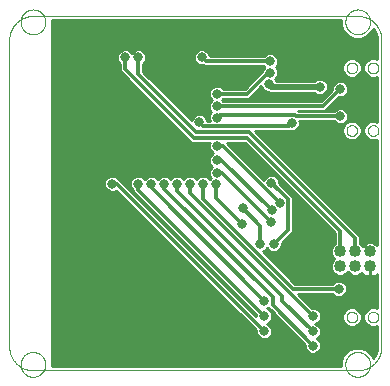
<source format=gbl>
G75*
%MOIN*%
%OFA0B0*%
%FSLAX25Y25*%
%IPPOS*%
%LPD*%
%AMOC8*
5,1,8,0,0,1.08239X$1,22.5*
%
%ADD10C,0.00000*%
%ADD11C,0.04000*%
%ADD12C,0.03150*%
%ADD13C,0.01181*%
%ADD14C,0.00984*%
%ADD15C,0.01969*%
D10*
X0050705Y0034957D02*
X0050705Y0137319D01*
X0050707Y0137509D01*
X0050714Y0137699D01*
X0050726Y0137889D01*
X0050742Y0138079D01*
X0050762Y0138268D01*
X0050788Y0138457D01*
X0050817Y0138645D01*
X0050852Y0138832D01*
X0050891Y0139018D01*
X0050934Y0139203D01*
X0050982Y0139388D01*
X0051034Y0139571D01*
X0051090Y0139752D01*
X0051151Y0139932D01*
X0051217Y0140111D01*
X0051286Y0140288D01*
X0051360Y0140464D01*
X0051438Y0140637D01*
X0051521Y0140809D01*
X0051607Y0140978D01*
X0051697Y0141146D01*
X0051792Y0141311D01*
X0051890Y0141474D01*
X0051993Y0141634D01*
X0052099Y0141792D01*
X0052209Y0141947D01*
X0052322Y0142100D01*
X0052440Y0142250D01*
X0052561Y0142396D01*
X0052685Y0142540D01*
X0052813Y0142681D01*
X0052944Y0142819D01*
X0053079Y0142954D01*
X0053217Y0143085D01*
X0053358Y0143213D01*
X0053502Y0143337D01*
X0053648Y0143458D01*
X0053798Y0143576D01*
X0053951Y0143689D01*
X0054106Y0143799D01*
X0054264Y0143905D01*
X0054424Y0144008D01*
X0054587Y0144106D01*
X0054752Y0144201D01*
X0054920Y0144291D01*
X0055089Y0144377D01*
X0055261Y0144460D01*
X0055434Y0144538D01*
X0055610Y0144612D01*
X0055787Y0144681D01*
X0055966Y0144747D01*
X0056146Y0144808D01*
X0056327Y0144864D01*
X0056510Y0144916D01*
X0056695Y0144964D01*
X0056880Y0145007D01*
X0057066Y0145046D01*
X0057253Y0145081D01*
X0057441Y0145110D01*
X0057630Y0145136D01*
X0057819Y0145156D01*
X0058009Y0145172D01*
X0058199Y0145184D01*
X0058389Y0145191D01*
X0058579Y0145193D01*
X0166846Y0145193D01*
X0162712Y0143224D02*
X0162714Y0143352D01*
X0162720Y0143480D01*
X0162730Y0143607D01*
X0162744Y0143735D01*
X0162761Y0143861D01*
X0162783Y0143987D01*
X0162809Y0144113D01*
X0162838Y0144237D01*
X0162871Y0144361D01*
X0162908Y0144483D01*
X0162949Y0144604D01*
X0162994Y0144724D01*
X0163042Y0144843D01*
X0163094Y0144960D01*
X0163150Y0145075D01*
X0163209Y0145189D01*
X0163271Y0145300D01*
X0163337Y0145410D01*
X0163406Y0145517D01*
X0163479Y0145623D01*
X0163555Y0145726D01*
X0163634Y0145826D01*
X0163716Y0145925D01*
X0163801Y0146020D01*
X0163889Y0146113D01*
X0163980Y0146203D01*
X0164073Y0146290D01*
X0164170Y0146375D01*
X0164268Y0146456D01*
X0164370Y0146534D01*
X0164473Y0146609D01*
X0164579Y0146681D01*
X0164687Y0146750D01*
X0164797Y0146815D01*
X0164910Y0146876D01*
X0165024Y0146935D01*
X0165139Y0146989D01*
X0165257Y0147040D01*
X0165375Y0147088D01*
X0165496Y0147131D01*
X0165617Y0147171D01*
X0165740Y0147207D01*
X0165864Y0147240D01*
X0165989Y0147268D01*
X0166114Y0147293D01*
X0166240Y0147313D01*
X0166367Y0147330D01*
X0166495Y0147343D01*
X0166622Y0147352D01*
X0166750Y0147357D01*
X0166878Y0147358D01*
X0167006Y0147355D01*
X0167134Y0147348D01*
X0167261Y0147337D01*
X0167388Y0147322D01*
X0167515Y0147304D01*
X0167641Y0147281D01*
X0167766Y0147254D01*
X0167890Y0147224D01*
X0168013Y0147190D01*
X0168136Y0147152D01*
X0168257Y0147110D01*
X0168376Y0147064D01*
X0168494Y0147015D01*
X0168611Y0146962D01*
X0168726Y0146906D01*
X0168839Y0146846D01*
X0168950Y0146783D01*
X0169059Y0146716D01*
X0169166Y0146646D01*
X0169271Y0146572D01*
X0169373Y0146496D01*
X0169473Y0146416D01*
X0169571Y0146333D01*
X0169666Y0146247D01*
X0169758Y0146158D01*
X0169847Y0146067D01*
X0169934Y0145973D01*
X0170017Y0145876D01*
X0170098Y0145776D01*
X0170175Y0145675D01*
X0170250Y0145570D01*
X0170321Y0145464D01*
X0170388Y0145355D01*
X0170453Y0145245D01*
X0170513Y0145132D01*
X0170571Y0145018D01*
X0170624Y0144902D01*
X0170674Y0144784D01*
X0170721Y0144665D01*
X0170764Y0144544D01*
X0170803Y0144422D01*
X0170838Y0144299D01*
X0170869Y0144175D01*
X0170897Y0144050D01*
X0170920Y0143924D01*
X0170940Y0143798D01*
X0170956Y0143671D01*
X0170968Y0143544D01*
X0170976Y0143416D01*
X0170980Y0143288D01*
X0170980Y0143160D01*
X0170976Y0143032D01*
X0170968Y0142904D01*
X0170956Y0142777D01*
X0170940Y0142650D01*
X0170920Y0142524D01*
X0170897Y0142398D01*
X0170869Y0142273D01*
X0170838Y0142149D01*
X0170803Y0142026D01*
X0170764Y0141904D01*
X0170721Y0141783D01*
X0170674Y0141664D01*
X0170624Y0141546D01*
X0170571Y0141430D01*
X0170513Y0141316D01*
X0170453Y0141203D01*
X0170388Y0141093D01*
X0170321Y0140984D01*
X0170250Y0140878D01*
X0170175Y0140773D01*
X0170098Y0140672D01*
X0170017Y0140572D01*
X0169934Y0140475D01*
X0169847Y0140381D01*
X0169758Y0140290D01*
X0169666Y0140201D01*
X0169571Y0140115D01*
X0169473Y0140032D01*
X0169373Y0139952D01*
X0169271Y0139876D01*
X0169166Y0139802D01*
X0169059Y0139732D01*
X0168950Y0139665D01*
X0168839Y0139602D01*
X0168726Y0139542D01*
X0168611Y0139486D01*
X0168494Y0139433D01*
X0168376Y0139384D01*
X0168257Y0139338D01*
X0168136Y0139296D01*
X0168013Y0139258D01*
X0167890Y0139224D01*
X0167766Y0139194D01*
X0167641Y0139167D01*
X0167515Y0139144D01*
X0167388Y0139126D01*
X0167261Y0139111D01*
X0167134Y0139100D01*
X0167006Y0139093D01*
X0166878Y0139090D01*
X0166750Y0139091D01*
X0166622Y0139096D01*
X0166495Y0139105D01*
X0166367Y0139118D01*
X0166240Y0139135D01*
X0166114Y0139155D01*
X0165989Y0139180D01*
X0165864Y0139208D01*
X0165740Y0139241D01*
X0165617Y0139277D01*
X0165496Y0139317D01*
X0165375Y0139360D01*
X0165257Y0139408D01*
X0165139Y0139459D01*
X0165024Y0139513D01*
X0164910Y0139572D01*
X0164797Y0139633D01*
X0164687Y0139698D01*
X0164579Y0139767D01*
X0164473Y0139839D01*
X0164370Y0139914D01*
X0164268Y0139992D01*
X0164170Y0140073D01*
X0164073Y0140158D01*
X0163980Y0140245D01*
X0163889Y0140335D01*
X0163801Y0140428D01*
X0163716Y0140523D01*
X0163634Y0140622D01*
X0163555Y0140722D01*
X0163479Y0140825D01*
X0163406Y0140931D01*
X0163337Y0141038D01*
X0163271Y0141148D01*
X0163209Y0141259D01*
X0163150Y0141373D01*
X0163094Y0141488D01*
X0163042Y0141605D01*
X0162994Y0141724D01*
X0162949Y0141844D01*
X0162908Y0141965D01*
X0162871Y0142087D01*
X0162838Y0142211D01*
X0162809Y0142335D01*
X0162783Y0142461D01*
X0162761Y0142587D01*
X0162744Y0142713D01*
X0162730Y0142841D01*
X0162720Y0142968D01*
X0162714Y0143096D01*
X0162712Y0143224D01*
X0166846Y0145193D02*
X0167036Y0145191D01*
X0167226Y0145184D01*
X0167416Y0145172D01*
X0167606Y0145156D01*
X0167795Y0145136D01*
X0167984Y0145110D01*
X0168172Y0145081D01*
X0168359Y0145046D01*
X0168545Y0145007D01*
X0168730Y0144964D01*
X0168915Y0144916D01*
X0169098Y0144864D01*
X0169279Y0144808D01*
X0169459Y0144747D01*
X0169638Y0144681D01*
X0169815Y0144612D01*
X0169991Y0144538D01*
X0170164Y0144460D01*
X0170336Y0144377D01*
X0170505Y0144291D01*
X0170673Y0144201D01*
X0170838Y0144106D01*
X0171001Y0144008D01*
X0171161Y0143905D01*
X0171319Y0143799D01*
X0171474Y0143689D01*
X0171627Y0143576D01*
X0171777Y0143458D01*
X0171923Y0143337D01*
X0172067Y0143213D01*
X0172208Y0143085D01*
X0172346Y0142954D01*
X0172481Y0142819D01*
X0172612Y0142681D01*
X0172740Y0142540D01*
X0172864Y0142396D01*
X0172985Y0142250D01*
X0173103Y0142100D01*
X0173216Y0141947D01*
X0173326Y0141792D01*
X0173432Y0141634D01*
X0173535Y0141474D01*
X0173633Y0141311D01*
X0173728Y0141146D01*
X0173818Y0140978D01*
X0173904Y0140809D01*
X0173987Y0140637D01*
X0174065Y0140464D01*
X0174139Y0140288D01*
X0174208Y0140111D01*
X0174274Y0139932D01*
X0174335Y0139752D01*
X0174391Y0139571D01*
X0174443Y0139388D01*
X0174491Y0139203D01*
X0174534Y0139018D01*
X0174573Y0138832D01*
X0174608Y0138645D01*
X0174637Y0138457D01*
X0174663Y0138268D01*
X0174683Y0138079D01*
X0174699Y0137889D01*
X0174711Y0137699D01*
X0174718Y0137509D01*
X0174720Y0137319D01*
X0174720Y0034957D01*
X0174718Y0034767D01*
X0174711Y0034577D01*
X0174699Y0034387D01*
X0174683Y0034197D01*
X0174663Y0034008D01*
X0174637Y0033819D01*
X0174608Y0033631D01*
X0174573Y0033444D01*
X0174534Y0033258D01*
X0174491Y0033073D01*
X0174443Y0032888D01*
X0174391Y0032705D01*
X0174335Y0032524D01*
X0174274Y0032344D01*
X0174208Y0032165D01*
X0174139Y0031988D01*
X0174065Y0031812D01*
X0173987Y0031639D01*
X0173904Y0031467D01*
X0173818Y0031298D01*
X0173728Y0031130D01*
X0173633Y0030965D01*
X0173535Y0030802D01*
X0173432Y0030642D01*
X0173326Y0030484D01*
X0173216Y0030329D01*
X0173103Y0030176D01*
X0172985Y0030026D01*
X0172864Y0029880D01*
X0172740Y0029736D01*
X0172612Y0029595D01*
X0172481Y0029457D01*
X0172346Y0029322D01*
X0172208Y0029191D01*
X0172067Y0029063D01*
X0171923Y0028939D01*
X0171777Y0028818D01*
X0171627Y0028700D01*
X0171474Y0028587D01*
X0171319Y0028477D01*
X0171161Y0028371D01*
X0171001Y0028268D01*
X0170838Y0028170D01*
X0170673Y0028075D01*
X0170505Y0027985D01*
X0170336Y0027899D01*
X0170164Y0027816D01*
X0169991Y0027738D01*
X0169815Y0027664D01*
X0169638Y0027595D01*
X0169459Y0027529D01*
X0169279Y0027468D01*
X0169098Y0027412D01*
X0168915Y0027360D01*
X0168730Y0027312D01*
X0168545Y0027269D01*
X0168359Y0027230D01*
X0168172Y0027195D01*
X0167984Y0027166D01*
X0167795Y0027140D01*
X0167606Y0027120D01*
X0167416Y0027104D01*
X0167226Y0027092D01*
X0167036Y0027085D01*
X0166846Y0027083D01*
X0058579Y0027083D01*
X0054445Y0029051D02*
X0054447Y0029179D01*
X0054453Y0029307D01*
X0054463Y0029434D01*
X0054477Y0029562D01*
X0054494Y0029688D01*
X0054516Y0029814D01*
X0054542Y0029940D01*
X0054571Y0030064D01*
X0054604Y0030188D01*
X0054641Y0030310D01*
X0054682Y0030431D01*
X0054727Y0030551D01*
X0054775Y0030670D01*
X0054827Y0030787D01*
X0054883Y0030902D01*
X0054942Y0031016D01*
X0055004Y0031127D01*
X0055070Y0031237D01*
X0055139Y0031344D01*
X0055212Y0031450D01*
X0055288Y0031553D01*
X0055367Y0031653D01*
X0055449Y0031752D01*
X0055534Y0031847D01*
X0055622Y0031940D01*
X0055713Y0032030D01*
X0055806Y0032117D01*
X0055903Y0032202D01*
X0056001Y0032283D01*
X0056103Y0032361D01*
X0056206Y0032436D01*
X0056312Y0032508D01*
X0056420Y0032577D01*
X0056530Y0032642D01*
X0056643Y0032703D01*
X0056757Y0032762D01*
X0056872Y0032816D01*
X0056990Y0032867D01*
X0057108Y0032915D01*
X0057229Y0032958D01*
X0057350Y0032998D01*
X0057473Y0033034D01*
X0057597Y0033067D01*
X0057722Y0033095D01*
X0057847Y0033120D01*
X0057973Y0033140D01*
X0058100Y0033157D01*
X0058228Y0033170D01*
X0058355Y0033179D01*
X0058483Y0033184D01*
X0058611Y0033185D01*
X0058739Y0033182D01*
X0058867Y0033175D01*
X0058994Y0033164D01*
X0059121Y0033149D01*
X0059248Y0033131D01*
X0059374Y0033108D01*
X0059499Y0033081D01*
X0059623Y0033051D01*
X0059746Y0033017D01*
X0059869Y0032979D01*
X0059990Y0032937D01*
X0060109Y0032891D01*
X0060227Y0032842D01*
X0060344Y0032789D01*
X0060459Y0032733D01*
X0060572Y0032673D01*
X0060683Y0032610D01*
X0060792Y0032543D01*
X0060899Y0032473D01*
X0061004Y0032399D01*
X0061106Y0032323D01*
X0061206Y0032243D01*
X0061304Y0032160D01*
X0061399Y0032074D01*
X0061491Y0031985D01*
X0061580Y0031894D01*
X0061667Y0031800D01*
X0061750Y0031703D01*
X0061831Y0031603D01*
X0061908Y0031502D01*
X0061983Y0031397D01*
X0062054Y0031291D01*
X0062121Y0031182D01*
X0062186Y0031072D01*
X0062246Y0030959D01*
X0062304Y0030845D01*
X0062357Y0030729D01*
X0062407Y0030611D01*
X0062454Y0030492D01*
X0062497Y0030371D01*
X0062536Y0030249D01*
X0062571Y0030126D01*
X0062602Y0030002D01*
X0062630Y0029877D01*
X0062653Y0029751D01*
X0062673Y0029625D01*
X0062689Y0029498D01*
X0062701Y0029371D01*
X0062709Y0029243D01*
X0062713Y0029115D01*
X0062713Y0028987D01*
X0062709Y0028859D01*
X0062701Y0028731D01*
X0062689Y0028604D01*
X0062673Y0028477D01*
X0062653Y0028351D01*
X0062630Y0028225D01*
X0062602Y0028100D01*
X0062571Y0027976D01*
X0062536Y0027853D01*
X0062497Y0027731D01*
X0062454Y0027610D01*
X0062407Y0027491D01*
X0062357Y0027373D01*
X0062304Y0027257D01*
X0062246Y0027143D01*
X0062186Y0027030D01*
X0062121Y0026920D01*
X0062054Y0026811D01*
X0061983Y0026705D01*
X0061908Y0026600D01*
X0061831Y0026499D01*
X0061750Y0026399D01*
X0061667Y0026302D01*
X0061580Y0026208D01*
X0061491Y0026117D01*
X0061399Y0026028D01*
X0061304Y0025942D01*
X0061206Y0025859D01*
X0061106Y0025779D01*
X0061004Y0025703D01*
X0060899Y0025629D01*
X0060792Y0025559D01*
X0060683Y0025492D01*
X0060572Y0025429D01*
X0060459Y0025369D01*
X0060344Y0025313D01*
X0060227Y0025260D01*
X0060109Y0025211D01*
X0059990Y0025165D01*
X0059869Y0025123D01*
X0059746Y0025085D01*
X0059623Y0025051D01*
X0059499Y0025021D01*
X0059374Y0024994D01*
X0059248Y0024971D01*
X0059121Y0024953D01*
X0058994Y0024938D01*
X0058867Y0024927D01*
X0058739Y0024920D01*
X0058611Y0024917D01*
X0058483Y0024918D01*
X0058355Y0024923D01*
X0058228Y0024932D01*
X0058100Y0024945D01*
X0057973Y0024962D01*
X0057847Y0024982D01*
X0057722Y0025007D01*
X0057597Y0025035D01*
X0057473Y0025068D01*
X0057350Y0025104D01*
X0057229Y0025144D01*
X0057108Y0025187D01*
X0056990Y0025235D01*
X0056872Y0025286D01*
X0056757Y0025340D01*
X0056643Y0025399D01*
X0056530Y0025460D01*
X0056420Y0025525D01*
X0056312Y0025594D01*
X0056206Y0025666D01*
X0056103Y0025741D01*
X0056001Y0025819D01*
X0055903Y0025900D01*
X0055806Y0025985D01*
X0055713Y0026072D01*
X0055622Y0026162D01*
X0055534Y0026255D01*
X0055449Y0026350D01*
X0055367Y0026449D01*
X0055288Y0026549D01*
X0055212Y0026652D01*
X0055139Y0026758D01*
X0055070Y0026865D01*
X0055004Y0026975D01*
X0054942Y0027086D01*
X0054883Y0027200D01*
X0054827Y0027315D01*
X0054775Y0027432D01*
X0054727Y0027551D01*
X0054682Y0027671D01*
X0054641Y0027792D01*
X0054604Y0027914D01*
X0054571Y0028038D01*
X0054542Y0028162D01*
X0054516Y0028288D01*
X0054494Y0028414D01*
X0054477Y0028540D01*
X0054463Y0028668D01*
X0054453Y0028795D01*
X0054447Y0028923D01*
X0054445Y0029051D01*
X0058579Y0027083D02*
X0058389Y0027085D01*
X0058199Y0027092D01*
X0058009Y0027104D01*
X0057819Y0027120D01*
X0057630Y0027140D01*
X0057441Y0027166D01*
X0057253Y0027195D01*
X0057066Y0027230D01*
X0056880Y0027269D01*
X0056695Y0027312D01*
X0056510Y0027360D01*
X0056327Y0027412D01*
X0056146Y0027468D01*
X0055966Y0027529D01*
X0055787Y0027595D01*
X0055610Y0027664D01*
X0055434Y0027738D01*
X0055261Y0027816D01*
X0055089Y0027899D01*
X0054920Y0027985D01*
X0054752Y0028075D01*
X0054587Y0028170D01*
X0054424Y0028268D01*
X0054264Y0028371D01*
X0054106Y0028477D01*
X0053951Y0028587D01*
X0053798Y0028700D01*
X0053648Y0028818D01*
X0053502Y0028939D01*
X0053358Y0029063D01*
X0053217Y0029191D01*
X0053079Y0029322D01*
X0052944Y0029457D01*
X0052813Y0029595D01*
X0052685Y0029736D01*
X0052561Y0029880D01*
X0052440Y0030026D01*
X0052322Y0030176D01*
X0052209Y0030329D01*
X0052099Y0030484D01*
X0051993Y0030642D01*
X0051890Y0030802D01*
X0051792Y0030965D01*
X0051697Y0031130D01*
X0051607Y0031298D01*
X0051521Y0031467D01*
X0051438Y0031639D01*
X0051360Y0031812D01*
X0051286Y0031988D01*
X0051217Y0032165D01*
X0051151Y0032344D01*
X0051090Y0032524D01*
X0051034Y0032705D01*
X0050982Y0032888D01*
X0050934Y0033073D01*
X0050891Y0033258D01*
X0050852Y0033444D01*
X0050817Y0033631D01*
X0050788Y0033819D01*
X0050762Y0034008D01*
X0050742Y0034197D01*
X0050726Y0034387D01*
X0050714Y0034577D01*
X0050707Y0034767D01*
X0050705Y0034957D01*
X0163106Y0044799D02*
X0163108Y0044883D01*
X0163114Y0044966D01*
X0163124Y0045049D01*
X0163138Y0045132D01*
X0163155Y0045214D01*
X0163177Y0045295D01*
X0163202Y0045374D01*
X0163231Y0045453D01*
X0163264Y0045530D01*
X0163300Y0045605D01*
X0163340Y0045679D01*
X0163383Y0045751D01*
X0163430Y0045820D01*
X0163480Y0045887D01*
X0163533Y0045952D01*
X0163589Y0046014D01*
X0163647Y0046074D01*
X0163709Y0046131D01*
X0163773Y0046184D01*
X0163840Y0046235D01*
X0163909Y0046282D01*
X0163980Y0046327D01*
X0164053Y0046367D01*
X0164128Y0046404D01*
X0164205Y0046438D01*
X0164283Y0046468D01*
X0164362Y0046494D01*
X0164443Y0046517D01*
X0164525Y0046535D01*
X0164607Y0046550D01*
X0164690Y0046561D01*
X0164773Y0046568D01*
X0164857Y0046571D01*
X0164941Y0046570D01*
X0165024Y0046565D01*
X0165108Y0046556D01*
X0165190Y0046543D01*
X0165272Y0046527D01*
X0165353Y0046506D01*
X0165434Y0046482D01*
X0165512Y0046454D01*
X0165590Y0046422D01*
X0165666Y0046386D01*
X0165740Y0046347D01*
X0165812Y0046305D01*
X0165882Y0046259D01*
X0165950Y0046210D01*
X0166015Y0046158D01*
X0166078Y0046103D01*
X0166138Y0046045D01*
X0166196Y0045984D01*
X0166250Y0045920D01*
X0166302Y0045854D01*
X0166350Y0045786D01*
X0166395Y0045715D01*
X0166436Y0045642D01*
X0166475Y0045568D01*
X0166509Y0045492D01*
X0166540Y0045414D01*
X0166567Y0045335D01*
X0166591Y0045254D01*
X0166610Y0045173D01*
X0166626Y0045091D01*
X0166638Y0045008D01*
X0166646Y0044924D01*
X0166650Y0044841D01*
X0166650Y0044757D01*
X0166646Y0044674D01*
X0166638Y0044590D01*
X0166626Y0044507D01*
X0166610Y0044425D01*
X0166591Y0044344D01*
X0166567Y0044263D01*
X0166540Y0044184D01*
X0166509Y0044106D01*
X0166475Y0044030D01*
X0166436Y0043956D01*
X0166395Y0043883D01*
X0166350Y0043812D01*
X0166302Y0043744D01*
X0166250Y0043678D01*
X0166196Y0043614D01*
X0166138Y0043553D01*
X0166078Y0043495D01*
X0166015Y0043440D01*
X0165950Y0043388D01*
X0165882Y0043339D01*
X0165812Y0043293D01*
X0165740Y0043251D01*
X0165666Y0043212D01*
X0165590Y0043176D01*
X0165512Y0043144D01*
X0165434Y0043116D01*
X0165353Y0043092D01*
X0165272Y0043071D01*
X0165190Y0043055D01*
X0165108Y0043042D01*
X0165024Y0043033D01*
X0164941Y0043028D01*
X0164857Y0043027D01*
X0164773Y0043030D01*
X0164690Y0043037D01*
X0164607Y0043048D01*
X0164525Y0043063D01*
X0164443Y0043081D01*
X0164362Y0043104D01*
X0164283Y0043130D01*
X0164205Y0043160D01*
X0164128Y0043194D01*
X0164053Y0043231D01*
X0163980Y0043271D01*
X0163909Y0043316D01*
X0163840Y0043363D01*
X0163773Y0043414D01*
X0163709Y0043467D01*
X0163647Y0043524D01*
X0163589Y0043584D01*
X0163533Y0043646D01*
X0163480Y0043711D01*
X0163430Y0043778D01*
X0163383Y0043847D01*
X0163340Y0043919D01*
X0163300Y0043993D01*
X0163264Y0044068D01*
X0163231Y0044145D01*
X0163202Y0044224D01*
X0163177Y0044303D01*
X0163155Y0044384D01*
X0163138Y0044466D01*
X0163124Y0044549D01*
X0163114Y0044632D01*
X0163108Y0044715D01*
X0163106Y0044799D01*
X0170193Y0044799D02*
X0170195Y0044883D01*
X0170201Y0044966D01*
X0170211Y0045049D01*
X0170225Y0045132D01*
X0170242Y0045214D01*
X0170264Y0045295D01*
X0170289Y0045374D01*
X0170318Y0045453D01*
X0170351Y0045530D01*
X0170387Y0045605D01*
X0170427Y0045679D01*
X0170470Y0045751D01*
X0170517Y0045820D01*
X0170567Y0045887D01*
X0170620Y0045952D01*
X0170676Y0046014D01*
X0170734Y0046074D01*
X0170796Y0046131D01*
X0170860Y0046184D01*
X0170927Y0046235D01*
X0170996Y0046282D01*
X0171067Y0046327D01*
X0171140Y0046367D01*
X0171215Y0046404D01*
X0171292Y0046438D01*
X0171370Y0046468D01*
X0171449Y0046494D01*
X0171530Y0046517D01*
X0171612Y0046535D01*
X0171694Y0046550D01*
X0171777Y0046561D01*
X0171860Y0046568D01*
X0171944Y0046571D01*
X0172028Y0046570D01*
X0172111Y0046565D01*
X0172195Y0046556D01*
X0172277Y0046543D01*
X0172359Y0046527D01*
X0172440Y0046506D01*
X0172521Y0046482D01*
X0172599Y0046454D01*
X0172677Y0046422D01*
X0172753Y0046386D01*
X0172827Y0046347D01*
X0172899Y0046305D01*
X0172969Y0046259D01*
X0173037Y0046210D01*
X0173102Y0046158D01*
X0173165Y0046103D01*
X0173225Y0046045D01*
X0173283Y0045984D01*
X0173337Y0045920D01*
X0173389Y0045854D01*
X0173437Y0045786D01*
X0173482Y0045715D01*
X0173523Y0045642D01*
X0173562Y0045568D01*
X0173596Y0045492D01*
X0173627Y0045414D01*
X0173654Y0045335D01*
X0173678Y0045254D01*
X0173697Y0045173D01*
X0173713Y0045091D01*
X0173725Y0045008D01*
X0173733Y0044924D01*
X0173737Y0044841D01*
X0173737Y0044757D01*
X0173733Y0044674D01*
X0173725Y0044590D01*
X0173713Y0044507D01*
X0173697Y0044425D01*
X0173678Y0044344D01*
X0173654Y0044263D01*
X0173627Y0044184D01*
X0173596Y0044106D01*
X0173562Y0044030D01*
X0173523Y0043956D01*
X0173482Y0043883D01*
X0173437Y0043812D01*
X0173389Y0043744D01*
X0173337Y0043678D01*
X0173283Y0043614D01*
X0173225Y0043553D01*
X0173165Y0043495D01*
X0173102Y0043440D01*
X0173037Y0043388D01*
X0172969Y0043339D01*
X0172899Y0043293D01*
X0172827Y0043251D01*
X0172753Y0043212D01*
X0172677Y0043176D01*
X0172599Y0043144D01*
X0172521Y0043116D01*
X0172440Y0043092D01*
X0172359Y0043071D01*
X0172277Y0043055D01*
X0172195Y0043042D01*
X0172111Y0043033D01*
X0172028Y0043028D01*
X0171944Y0043027D01*
X0171860Y0043030D01*
X0171777Y0043037D01*
X0171694Y0043048D01*
X0171612Y0043063D01*
X0171530Y0043081D01*
X0171449Y0043104D01*
X0171370Y0043130D01*
X0171292Y0043160D01*
X0171215Y0043194D01*
X0171140Y0043231D01*
X0171067Y0043271D01*
X0170996Y0043316D01*
X0170927Y0043363D01*
X0170860Y0043414D01*
X0170796Y0043467D01*
X0170734Y0043524D01*
X0170676Y0043584D01*
X0170620Y0043646D01*
X0170567Y0043711D01*
X0170517Y0043778D01*
X0170470Y0043847D01*
X0170427Y0043919D01*
X0170387Y0043993D01*
X0170351Y0044068D01*
X0170318Y0044145D01*
X0170289Y0044224D01*
X0170264Y0044303D01*
X0170242Y0044384D01*
X0170225Y0044466D01*
X0170211Y0044549D01*
X0170201Y0044632D01*
X0170195Y0044715D01*
X0170193Y0044799D01*
X0162712Y0029051D02*
X0162714Y0029179D01*
X0162720Y0029307D01*
X0162730Y0029434D01*
X0162744Y0029562D01*
X0162761Y0029688D01*
X0162783Y0029814D01*
X0162809Y0029940D01*
X0162838Y0030064D01*
X0162871Y0030188D01*
X0162908Y0030310D01*
X0162949Y0030431D01*
X0162994Y0030551D01*
X0163042Y0030670D01*
X0163094Y0030787D01*
X0163150Y0030902D01*
X0163209Y0031016D01*
X0163271Y0031127D01*
X0163337Y0031237D01*
X0163406Y0031344D01*
X0163479Y0031450D01*
X0163555Y0031553D01*
X0163634Y0031653D01*
X0163716Y0031752D01*
X0163801Y0031847D01*
X0163889Y0031940D01*
X0163980Y0032030D01*
X0164073Y0032117D01*
X0164170Y0032202D01*
X0164268Y0032283D01*
X0164370Y0032361D01*
X0164473Y0032436D01*
X0164579Y0032508D01*
X0164687Y0032577D01*
X0164797Y0032642D01*
X0164910Y0032703D01*
X0165024Y0032762D01*
X0165139Y0032816D01*
X0165257Y0032867D01*
X0165375Y0032915D01*
X0165496Y0032958D01*
X0165617Y0032998D01*
X0165740Y0033034D01*
X0165864Y0033067D01*
X0165989Y0033095D01*
X0166114Y0033120D01*
X0166240Y0033140D01*
X0166367Y0033157D01*
X0166495Y0033170D01*
X0166622Y0033179D01*
X0166750Y0033184D01*
X0166878Y0033185D01*
X0167006Y0033182D01*
X0167134Y0033175D01*
X0167261Y0033164D01*
X0167388Y0033149D01*
X0167515Y0033131D01*
X0167641Y0033108D01*
X0167766Y0033081D01*
X0167890Y0033051D01*
X0168013Y0033017D01*
X0168136Y0032979D01*
X0168257Y0032937D01*
X0168376Y0032891D01*
X0168494Y0032842D01*
X0168611Y0032789D01*
X0168726Y0032733D01*
X0168839Y0032673D01*
X0168950Y0032610D01*
X0169059Y0032543D01*
X0169166Y0032473D01*
X0169271Y0032399D01*
X0169373Y0032323D01*
X0169473Y0032243D01*
X0169571Y0032160D01*
X0169666Y0032074D01*
X0169758Y0031985D01*
X0169847Y0031894D01*
X0169934Y0031800D01*
X0170017Y0031703D01*
X0170098Y0031603D01*
X0170175Y0031502D01*
X0170250Y0031397D01*
X0170321Y0031291D01*
X0170388Y0031182D01*
X0170453Y0031072D01*
X0170513Y0030959D01*
X0170571Y0030845D01*
X0170624Y0030729D01*
X0170674Y0030611D01*
X0170721Y0030492D01*
X0170764Y0030371D01*
X0170803Y0030249D01*
X0170838Y0030126D01*
X0170869Y0030002D01*
X0170897Y0029877D01*
X0170920Y0029751D01*
X0170940Y0029625D01*
X0170956Y0029498D01*
X0170968Y0029371D01*
X0170976Y0029243D01*
X0170980Y0029115D01*
X0170980Y0028987D01*
X0170976Y0028859D01*
X0170968Y0028731D01*
X0170956Y0028604D01*
X0170940Y0028477D01*
X0170920Y0028351D01*
X0170897Y0028225D01*
X0170869Y0028100D01*
X0170838Y0027976D01*
X0170803Y0027853D01*
X0170764Y0027731D01*
X0170721Y0027610D01*
X0170674Y0027491D01*
X0170624Y0027373D01*
X0170571Y0027257D01*
X0170513Y0027143D01*
X0170453Y0027030D01*
X0170388Y0026920D01*
X0170321Y0026811D01*
X0170250Y0026705D01*
X0170175Y0026600D01*
X0170098Y0026499D01*
X0170017Y0026399D01*
X0169934Y0026302D01*
X0169847Y0026208D01*
X0169758Y0026117D01*
X0169666Y0026028D01*
X0169571Y0025942D01*
X0169473Y0025859D01*
X0169373Y0025779D01*
X0169271Y0025703D01*
X0169166Y0025629D01*
X0169059Y0025559D01*
X0168950Y0025492D01*
X0168839Y0025429D01*
X0168726Y0025369D01*
X0168611Y0025313D01*
X0168494Y0025260D01*
X0168376Y0025211D01*
X0168257Y0025165D01*
X0168136Y0025123D01*
X0168013Y0025085D01*
X0167890Y0025051D01*
X0167766Y0025021D01*
X0167641Y0024994D01*
X0167515Y0024971D01*
X0167388Y0024953D01*
X0167261Y0024938D01*
X0167134Y0024927D01*
X0167006Y0024920D01*
X0166878Y0024917D01*
X0166750Y0024918D01*
X0166622Y0024923D01*
X0166495Y0024932D01*
X0166367Y0024945D01*
X0166240Y0024962D01*
X0166114Y0024982D01*
X0165989Y0025007D01*
X0165864Y0025035D01*
X0165740Y0025068D01*
X0165617Y0025104D01*
X0165496Y0025144D01*
X0165375Y0025187D01*
X0165257Y0025235D01*
X0165139Y0025286D01*
X0165024Y0025340D01*
X0164910Y0025399D01*
X0164797Y0025460D01*
X0164687Y0025525D01*
X0164579Y0025594D01*
X0164473Y0025666D01*
X0164370Y0025741D01*
X0164268Y0025819D01*
X0164170Y0025900D01*
X0164073Y0025985D01*
X0163980Y0026072D01*
X0163889Y0026162D01*
X0163801Y0026255D01*
X0163716Y0026350D01*
X0163634Y0026449D01*
X0163555Y0026549D01*
X0163479Y0026652D01*
X0163406Y0026758D01*
X0163337Y0026865D01*
X0163271Y0026975D01*
X0163209Y0027086D01*
X0163150Y0027200D01*
X0163094Y0027315D01*
X0163042Y0027432D01*
X0162994Y0027551D01*
X0162949Y0027671D01*
X0162908Y0027792D01*
X0162871Y0027914D01*
X0162838Y0028038D01*
X0162809Y0028162D01*
X0162783Y0028288D01*
X0162761Y0028414D01*
X0162744Y0028540D01*
X0162730Y0028668D01*
X0162720Y0028795D01*
X0162714Y0028923D01*
X0162712Y0029051D01*
X0163106Y0107004D02*
X0163108Y0107088D01*
X0163114Y0107171D01*
X0163124Y0107254D01*
X0163138Y0107337D01*
X0163155Y0107419D01*
X0163177Y0107500D01*
X0163202Y0107579D01*
X0163231Y0107658D01*
X0163264Y0107735D01*
X0163300Y0107810D01*
X0163340Y0107884D01*
X0163383Y0107956D01*
X0163430Y0108025D01*
X0163480Y0108092D01*
X0163533Y0108157D01*
X0163589Y0108219D01*
X0163647Y0108279D01*
X0163709Y0108336D01*
X0163773Y0108389D01*
X0163840Y0108440D01*
X0163909Y0108487D01*
X0163980Y0108532D01*
X0164053Y0108572D01*
X0164128Y0108609D01*
X0164205Y0108643D01*
X0164283Y0108673D01*
X0164362Y0108699D01*
X0164443Y0108722D01*
X0164525Y0108740D01*
X0164607Y0108755D01*
X0164690Y0108766D01*
X0164773Y0108773D01*
X0164857Y0108776D01*
X0164941Y0108775D01*
X0165024Y0108770D01*
X0165108Y0108761D01*
X0165190Y0108748D01*
X0165272Y0108732D01*
X0165353Y0108711D01*
X0165434Y0108687D01*
X0165512Y0108659D01*
X0165590Y0108627D01*
X0165666Y0108591D01*
X0165740Y0108552D01*
X0165812Y0108510D01*
X0165882Y0108464D01*
X0165950Y0108415D01*
X0166015Y0108363D01*
X0166078Y0108308D01*
X0166138Y0108250D01*
X0166196Y0108189D01*
X0166250Y0108125D01*
X0166302Y0108059D01*
X0166350Y0107991D01*
X0166395Y0107920D01*
X0166436Y0107847D01*
X0166475Y0107773D01*
X0166509Y0107697D01*
X0166540Y0107619D01*
X0166567Y0107540D01*
X0166591Y0107459D01*
X0166610Y0107378D01*
X0166626Y0107296D01*
X0166638Y0107213D01*
X0166646Y0107129D01*
X0166650Y0107046D01*
X0166650Y0106962D01*
X0166646Y0106879D01*
X0166638Y0106795D01*
X0166626Y0106712D01*
X0166610Y0106630D01*
X0166591Y0106549D01*
X0166567Y0106468D01*
X0166540Y0106389D01*
X0166509Y0106311D01*
X0166475Y0106235D01*
X0166436Y0106161D01*
X0166395Y0106088D01*
X0166350Y0106017D01*
X0166302Y0105949D01*
X0166250Y0105883D01*
X0166196Y0105819D01*
X0166138Y0105758D01*
X0166078Y0105700D01*
X0166015Y0105645D01*
X0165950Y0105593D01*
X0165882Y0105544D01*
X0165812Y0105498D01*
X0165740Y0105456D01*
X0165666Y0105417D01*
X0165590Y0105381D01*
X0165512Y0105349D01*
X0165434Y0105321D01*
X0165353Y0105297D01*
X0165272Y0105276D01*
X0165190Y0105260D01*
X0165108Y0105247D01*
X0165024Y0105238D01*
X0164941Y0105233D01*
X0164857Y0105232D01*
X0164773Y0105235D01*
X0164690Y0105242D01*
X0164607Y0105253D01*
X0164525Y0105268D01*
X0164443Y0105286D01*
X0164362Y0105309D01*
X0164283Y0105335D01*
X0164205Y0105365D01*
X0164128Y0105399D01*
X0164053Y0105436D01*
X0163980Y0105476D01*
X0163909Y0105521D01*
X0163840Y0105568D01*
X0163773Y0105619D01*
X0163709Y0105672D01*
X0163647Y0105729D01*
X0163589Y0105789D01*
X0163533Y0105851D01*
X0163480Y0105916D01*
X0163430Y0105983D01*
X0163383Y0106052D01*
X0163340Y0106124D01*
X0163300Y0106198D01*
X0163264Y0106273D01*
X0163231Y0106350D01*
X0163202Y0106429D01*
X0163177Y0106508D01*
X0163155Y0106589D01*
X0163138Y0106671D01*
X0163124Y0106754D01*
X0163114Y0106837D01*
X0163108Y0106920D01*
X0163106Y0107004D01*
X0170193Y0107004D02*
X0170195Y0107088D01*
X0170201Y0107171D01*
X0170211Y0107254D01*
X0170225Y0107337D01*
X0170242Y0107419D01*
X0170264Y0107500D01*
X0170289Y0107579D01*
X0170318Y0107658D01*
X0170351Y0107735D01*
X0170387Y0107810D01*
X0170427Y0107884D01*
X0170470Y0107956D01*
X0170517Y0108025D01*
X0170567Y0108092D01*
X0170620Y0108157D01*
X0170676Y0108219D01*
X0170734Y0108279D01*
X0170796Y0108336D01*
X0170860Y0108389D01*
X0170927Y0108440D01*
X0170996Y0108487D01*
X0171067Y0108532D01*
X0171140Y0108572D01*
X0171215Y0108609D01*
X0171292Y0108643D01*
X0171370Y0108673D01*
X0171449Y0108699D01*
X0171530Y0108722D01*
X0171612Y0108740D01*
X0171694Y0108755D01*
X0171777Y0108766D01*
X0171860Y0108773D01*
X0171944Y0108776D01*
X0172028Y0108775D01*
X0172111Y0108770D01*
X0172195Y0108761D01*
X0172277Y0108748D01*
X0172359Y0108732D01*
X0172440Y0108711D01*
X0172521Y0108687D01*
X0172599Y0108659D01*
X0172677Y0108627D01*
X0172753Y0108591D01*
X0172827Y0108552D01*
X0172899Y0108510D01*
X0172969Y0108464D01*
X0173037Y0108415D01*
X0173102Y0108363D01*
X0173165Y0108308D01*
X0173225Y0108250D01*
X0173283Y0108189D01*
X0173337Y0108125D01*
X0173389Y0108059D01*
X0173437Y0107991D01*
X0173482Y0107920D01*
X0173523Y0107847D01*
X0173562Y0107773D01*
X0173596Y0107697D01*
X0173627Y0107619D01*
X0173654Y0107540D01*
X0173678Y0107459D01*
X0173697Y0107378D01*
X0173713Y0107296D01*
X0173725Y0107213D01*
X0173733Y0107129D01*
X0173737Y0107046D01*
X0173737Y0106962D01*
X0173733Y0106879D01*
X0173725Y0106795D01*
X0173713Y0106712D01*
X0173697Y0106630D01*
X0173678Y0106549D01*
X0173654Y0106468D01*
X0173627Y0106389D01*
X0173596Y0106311D01*
X0173562Y0106235D01*
X0173523Y0106161D01*
X0173482Y0106088D01*
X0173437Y0106017D01*
X0173389Y0105949D01*
X0173337Y0105883D01*
X0173283Y0105819D01*
X0173225Y0105758D01*
X0173165Y0105700D01*
X0173102Y0105645D01*
X0173037Y0105593D01*
X0172969Y0105544D01*
X0172899Y0105498D01*
X0172827Y0105456D01*
X0172753Y0105417D01*
X0172677Y0105381D01*
X0172599Y0105349D01*
X0172521Y0105321D01*
X0172440Y0105297D01*
X0172359Y0105276D01*
X0172277Y0105260D01*
X0172195Y0105247D01*
X0172111Y0105238D01*
X0172028Y0105233D01*
X0171944Y0105232D01*
X0171860Y0105235D01*
X0171777Y0105242D01*
X0171694Y0105253D01*
X0171612Y0105268D01*
X0171530Y0105286D01*
X0171449Y0105309D01*
X0171370Y0105335D01*
X0171292Y0105365D01*
X0171215Y0105399D01*
X0171140Y0105436D01*
X0171067Y0105476D01*
X0170996Y0105521D01*
X0170927Y0105568D01*
X0170860Y0105619D01*
X0170796Y0105672D01*
X0170734Y0105729D01*
X0170676Y0105789D01*
X0170620Y0105851D01*
X0170567Y0105916D01*
X0170517Y0105983D01*
X0170470Y0106052D01*
X0170427Y0106124D01*
X0170387Y0106198D01*
X0170351Y0106273D01*
X0170318Y0106350D01*
X0170289Y0106429D01*
X0170264Y0106508D01*
X0170242Y0106589D01*
X0170225Y0106671D01*
X0170211Y0106754D01*
X0170201Y0106837D01*
X0170195Y0106920D01*
X0170193Y0107004D01*
X0170193Y0127870D02*
X0170195Y0127954D01*
X0170201Y0128037D01*
X0170211Y0128120D01*
X0170225Y0128203D01*
X0170242Y0128285D01*
X0170264Y0128366D01*
X0170289Y0128445D01*
X0170318Y0128524D01*
X0170351Y0128601D01*
X0170387Y0128676D01*
X0170427Y0128750D01*
X0170470Y0128822D01*
X0170517Y0128891D01*
X0170567Y0128958D01*
X0170620Y0129023D01*
X0170676Y0129085D01*
X0170734Y0129145D01*
X0170796Y0129202D01*
X0170860Y0129255D01*
X0170927Y0129306D01*
X0170996Y0129353D01*
X0171067Y0129398D01*
X0171140Y0129438D01*
X0171215Y0129475D01*
X0171292Y0129509D01*
X0171370Y0129539D01*
X0171449Y0129565D01*
X0171530Y0129588D01*
X0171612Y0129606D01*
X0171694Y0129621D01*
X0171777Y0129632D01*
X0171860Y0129639D01*
X0171944Y0129642D01*
X0172028Y0129641D01*
X0172111Y0129636D01*
X0172195Y0129627D01*
X0172277Y0129614D01*
X0172359Y0129598D01*
X0172440Y0129577D01*
X0172521Y0129553D01*
X0172599Y0129525D01*
X0172677Y0129493D01*
X0172753Y0129457D01*
X0172827Y0129418D01*
X0172899Y0129376D01*
X0172969Y0129330D01*
X0173037Y0129281D01*
X0173102Y0129229D01*
X0173165Y0129174D01*
X0173225Y0129116D01*
X0173283Y0129055D01*
X0173337Y0128991D01*
X0173389Y0128925D01*
X0173437Y0128857D01*
X0173482Y0128786D01*
X0173523Y0128713D01*
X0173562Y0128639D01*
X0173596Y0128563D01*
X0173627Y0128485D01*
X0173654Y0128406D01*
X0173678Y0128325D01*
X0173697Y0128244D01*
X0173713Y0128162D01*
X0173725Y0128079D01*
X0173733Y0127995D01*
X0173737Y0127912D01*
X0173737Y0127828D01*
X0173733Y0127745D01*
X0173725Y0127661D01*
X0173713Y0127578D01*
X0173697Y0127496D01*
X0173678Y0127415D01*
X0173654Y0127334D01*
X0173627Y0127255D01*
X0173596Y0127177D01*
X0173562Y0127101D01*
X0173523Y0127027D01*
X0173482Y0126954D01*
X0173437Y0126883D01*
X0173389Y0126815D01*
X0173337Y0126749D01*
X0173283Y0126685D01*
X0173225Y0126624D01*
X0173165Y0126566D01*
X0173102Y0126511D01*
X0173037Y0126459D01*
X0172969Y0126410D01*
X0172899Y0126364D01*
X0172827Y0126322D01*
X0172753Y0126283D01*
X0172677Y0126247D01*
X0172599Y0126215D01*
X0172521Y0126187D01*
X0172440Y0126163D01*
X0172359Y0126142D01*
X0172277Y0126126D01*
X0172195Y0126113D01*
X0172111Y0126104D01*
X0172028Y0126099D01*
X0171944Y0126098D01*
X0171860Y0126101D01*
X0171777Y0126108D01*
X0171694Y0126119D01*
X0171612Y0126134D01*
X0171530Y0126152D01*
X0171449Y0126175D01*
X0171370Y0126201D01*
X0171292Y0126231D01*
X0171215Y0126265D01*
X0171140Y0126302D01*
X0171067Y0126342D01*
X0170996Y0126387D01*
X0170927Y0126434D01*
X0170860Y0126485D01*
X0170796Y0126538D01*
X0170734Y0126595D01*
X0170676Y0126655D01*
X0170620Y0126717D01*
X0170567Y0126782D01*
X0170517Y0126849D01*
X0170470Y0126918D01*
X0170427Y0126990D01*
X0170387Y0127064D01*
X0170351Y0127139D01*
X0170318Y0127216D01*
X0170289Y0127295D01*
X0170264Y0127374D01*
X0170242Y0127455D01*
X0170225Y0127537D01*
X0170211Y0127620D01*
X0170201Y0127703D01*
X0170195Y0127786D01*
X0170193Y0127870D01*
X0163106Y0127870D02*
X0163108Y0127954D01*
X0163114Y0128037D01*
X0163124Y0128120D01*
X0163138Y0128203D01*
X0163155Y0128285D01*
X0163177Y0128366D01*
X0163202Y0128445D01*
X0163231Y0128524D01*
X0163264Y0128601D01*
X0163300Y0128676D01*
X0163340Y0128750D01*
X0163383Y0128822D01*
X0163430Y0128891D01*
X0163480Y0128958D01*
X0163533Y0129023D01*
X0163589Y0129085D01*
X0163647Y0129145D01*
X0163709Y0129202D01*
X0163773Y0129255D01*
X0163840Y0129306D01*
X0163909Y0129353D01*
X0163980Y0129398D01*
X0164053Y0129438D01*
X0164128Y0129475D01*
X0164205Y0129509D01*
X0164283Y0129539D01*
X0164362Y0129565D01*
X0164443Y0129588D01*
X0164525Y0129606D01*
X0164607Y0129621D01*
X0164690Y0129632D01*
X0164773Y0129639D01*
X0164857Y0129642D01*
X0164941Y0129641D01*
X0165024Y0129636D01*
X0165108Y0129627D01*
X0165190Y0129614D01*
X0165272Y0129598D01*
X0165353Y0129577D01*
X0165434Y0129553D01*
X0165512Y0129525D01*
X0165590Y0129493D01*
X0165666Y0129457D01*
X0165740Y0129418D01*
X0165812Y0129376D01*
X0165882Y0129330D01*
X0165950Y0129281D01*
X0166015Y0129229D01*
X0166078Y0129174D01*
X0166138Y0129116D01*
X0166196Y0129055D01*
X0166250Y0128991D01*
X0166302Y0128925D01*
X0166350Y0128857D01*
X0166395Y0128786D01*
X0166436Y0128713D01*
X0166475Y0128639D01*
X0166509Y0128563D01*
X0166540Y0128485D01*
X0166567Y0128406D01*
X0166591Y0128325D01*
X0166610Y0128244D01*
X0166626Y0128162D01*
X0166638Y0128079D01*
X0166646Y0127995D01*
X0166650Y0127912D01*
X0166650Y0127828D01*
X0166646Y0127745D01*
X0166638Y0127661D01*
X0166626Y0127578D01*
X0166610Y0127496D01*
X0166591Y0127415D01*
X0166567Y0127334D01*
X0166540Y0127255D01*
X0166509Y0127177D01*
X0166475Y0127101D01*
X0166436Y0127027D01*
X0166395Y0126954D01*
X0166350Y0126883D01*
X0166302Y0126815D01*
X0166250Y0126749D01*
X0166196Y0126685D01*
X0166138Y0126624D01*
X0166078Y0126566D01*
X0166015Y0126511D01*
X0165950Y0126459D01*
X0165882Y0126410D01*
X0165812Y0126364D01*
X0165740Y0126322D01*
X0165666Y0126283D01*
X0165590Y0126247D01*
X0165512Y0126215D01*
X0165434Y0126187D01*
X0165353Y0126163D01*
X0165272Y0126142D01*
X0165190Y0126126D01*
X0165108Y0126113D01*
X0165024Y0126104D01*
X0164941Y0126099D01*
X0164857Y0126098D01*
X0164773Y0126101D01*
X0164690Y0126108D01*
X0164607Y0126119D01*
X0164525Y0126134D01*
X0164443Y0126152D01*
X0164362Y0126175D01*
X0164283Y0126201D01*
X0164205Y0126231D01*
X0164128Y0126265D01*
X0164053Y0126302D01*
X0163980Y0126342D01*
X0163909Y0126387D01*
X0163840Y0126434D01*
X0163773Y0126485D01*
X0163709Y0126538D01*
X0163647Y0126595D01*
X0163589Y0126655D01*
X0163533Y0126717D01*
X0163480Y0126782D01*
X0163430Y0126849D01*
X0163383Y0126918D01*
X0163340Y0126990D01*
X0163300Y0127064D01*
X0163264Y0127139D01*
X0163231Y0127216D01*
X0163202Y0127295D01*
X0163177Y0127374D01*
X0163155Y0127455D01*
X0163138Y0127537D01*
X0163124Y0127620D01*
X0163114Y0127703D01*
X0163108Y0127786D01*
X0163106Y0127870D01*
X0054445Y0143224D02*
X0054447Y0143352D01*
X0054453Y0143480D01*
X0054463Y0143607D01*
X0054477Y0143735D01*
X0054494Y0143861D01*
X0054516Y0143987D01*
X0054542Y0144113D01*
X0054571Y0144237D01*
X0054604Y0144361D01*
X0054641Y0144483D01*
X0054682Y0144604D01*
X0054727Y0144724D01*
X0054775Y0144843D01*
X0054827Y0144960D01*
X0054883Y0145075D01*
X0054942Y0145189D01*
X0055004Y0145300D01*
X0055070Y0145410D01*
X0055139Y0145517D01*
X0055212Y0145623D01*
X0055288Y0145726D01*
X0055367Y0145826D01*
X0055449Y0145925D01*
X0055534Y0146020D01*
X0055622Y0146113D01*
X0055713Y0146203D01*
X0055806Y0146290D01*
X0055903Y0146375D01*
X0056001Y0146456D01*
X0056103Y0146534D01*
X0056206Y0146609D01*
X0056312Y0146681D01*
X0056420Y0146750D01*
X0056530Y0146815D01*
X0056643Y0146876D01*
X0056757Y0146935D01*
X0056872Y0146989D01*
X0056990Y0147040D01*
X0057108Y0147088D01*
X0057229Y0147131D01*
X0057350Y0147171D01*
X0057473Y0147207D01*
X0057597Y0147240D01*
X0057722Y0147268D01*
X0057847Y0147293D01*
X0057973Y0147313D01*
X0058100Y0147330D01*
X0058228Y0147343D01*
X0058355Y0147352D01*
X0058483Y0147357D01*
X0058611Y0147358D01*
X0058739Y0147355D01*
X0058867Y0147348D01*
X0058994Y0147337D01*
X0059121Y0147322D01*
X0059248Y0147304D01*
X0059374Y0147281D01*
X0059499Y0147254D01*
X0059623Y0147224D01*
X0059746Y0147190D01*
X0059869Y0147152D01*
X0059990Y0147110D01*
X0060109Y0147064D01*
X0060227Y0147015D01*
X0060344Y0146962D01*
X0060459Y0146906D01*
X0060572Y0146846D01*
X0060683Y0146783D01*
X0060792Y0146716D01*
X0060899Y0146646D01*
X0061004Y0146572D01*
X0061106Y0146496D01*
X0061206Y0146416D01*
X0061304Y0146333D01*
X0061399Y0146247D01*
X0061491Y0146158D01*
X0061580Y0146067D01*
X0061667Y0145973D01*
X0061750Y0145876D01*
X0061831Y0145776D01*
X0061908Y0145675D01*
X0061983Y0145570D01*
X0062054Y0145464D01*
X0062121Y0145355D01*
X0062186Y0145245D01*
X0062246Y0145132D01*
X0062304Y0145018D01*
X0062357Y0144902D01*
X0062407Y0144784D01*
X0062454Y0144665D01*
X0062497Y0144544D01*
X0062536Y0144422D01*
X0062571Y0144299D01*
X0062602Y0144175D01*
X0062630Y0144050D01*
X0062653Y0143924D01*
X0062673Y0143798D01*
X0062689Y0143671D01*
X0062701Y0143544D01*
X0062709Y0143416D01*
X0062713Y0143288D01*
X0062713Y0143160D01*
X0062709Y0143032D01*
X0062701Y0142904D01*
X0062689Y0142777D01*
X0062673Y0142650D01*
X0062653Y0142524D01*
X0062630Y0142398D01*
X0062602Y0142273D01*
X0062571Y0142149D01*
X0062536Y0142026D01*
X0062497Y0141904D01*
X0062454Y0141783D01*
X0062407Y0141664D01*
X0062357Y0141546D01*
X0062304Y0141430D01*
X0062246Y0141316D01*
X0062186Y0141203D01*
X0062121Y0141093D01*
X0062054Y0140984D01*
X0061983Y0140878D01*
X0061908Y0140773D01*
X0061831Y0140672D01*
X0061750Y0140572D01*
X0061667Y0140475D01*
X0061580Y0140381D01*
X0061491Y0140290D01*
X0061399Y0140201D01*
X0061304Y0140115D01*
X0061206Y0140032D01*
X0061106Y0139952D01*
X0061004Y0139876D01*
X0060899Y0139802D01*
X0060792Y0139732D01*
X0060683Y0139665D01*
X0060572Y0139602D01*
X0060459Y0139542D01*
X0060344Y0139486D01*
X0060227Y0139433D01*
X0060109Y0139384D01*
X0059990Y0139338D01*
X0059869Y0139296D01*
X0059746Y0139258D01*
X0059623Y0139224D01*
X0059499Y0139194D01*
X0059374Y0139167D01*
X0059248Y0139144D01*
X0059121Y0139126D01*
X0058994Y0139111D01*
X0058867Y0139100D01*
X0058739Y0139093D01*
X0058611Y0139090D01*
X0058483Y0139091D01*
X0058355Y0139096D01*
X0058228Y0139105D01*
X0058100Y0139118D01*
X0057973Y0139135D01*
X0057847Y0139155D01*
X0057722Y0139180D01*
X0057597Y0139208D01*
X0057473Y0139241D01*
X0057350Y0139277D01*
X0057229Y0139317D01*
X0057108Y0139360D01*
X0056990Y0139408D01*
X0056872Y0139459D01*
X0056757Y0139513D01*
X0056643Y0139572D01*
X0056530Y0139633D01*
X0056420Y0139698D01*
X0056312Y0139767D01*
X0056206Y0139839D01*
X0056103Y0139914D01*
X0056001Y0139992D01*
X0055903Y0140073D01*
X0055806Y0140158D01*
X0055713Y0140245D01*
X0055622Y0140335D01*
X0055534Y0140428D01*
X0055449Y0140523D01*
X0055367Y0140622D01*
X0055288Y0140722D01*
X0055212Y0140825D01*
X0055139Y0140931D01*
X0055070Y0141038D01*
X0055004Y0141148D01*
X0054942Y0141259D01*
X0054883Y0141373D01*
X0054827Y0141488D01*
X0054775Y0141605D01*
X0054727Y0141724D01*
X0054682Y0141844D01*
X0054641Y0141965D01*
X0054604Y0142087D01*
X0054571Y0142211D01*
X0054542Y0142335D01*
X0054516Y0142461D01*
X0054494Y0142587D01*
X0054477Y0142713D01*
X0054463Y0142841D01*
X0054453Y0142968D01*
X0054447Y0143096D01*
X0054445Y0143224D01*
D11*
X0160941Y0066728D03*
X0165941Y0066728D03*
X0165941Y0061728D03*
X0160941Y0061728D03*
X0170941Y0061728D03*
X0170941Y0066728D03*
D12*
X0171965Y0071571D03*
X0160941Y0080232D03*
X0153657Y0087909D03*
X0146768Y0083382D03*
X0140850Y0082979D03*
X0138106Y0080420D03*
X0138017Y0076483D03*
X0138894Y0069199D03*
X0134357Y0069199D03*
X0128156Y0075949D03*
X0128547Y0081130D03*
X0119602Y0089081D03*
X0119996Y0092831D03*
X0115272Y0093618D03*
X0115272Y0089287D03*
X0110941Y0089287D03*
X0106610Y0089287D03*
X0102280Y0089287D03*
X0097949Y0089287D03*
X0093618Y0089287D03*
X0099917Y0093224D03*
X0084957Y0089287D03*
X0075114Y0090075D03*
X0066453Y0090075D03*
X0066453Y0095587D03*
X0066453Y0101886D03*
X0066453Y0108579D03*
X0066453Y0115665D03*
X0066453Y0122752D03*
X0066453Y0129445D03*
X0075114Y0131020D03*
X0084563Y0131413D03*
X0089287Y0131413D03*
X0093618Y0131413D03*
X0097161Y0129445D03*
X0091256Y0120783D03*
X0078657Y0117634D03*
X0084957Y0103067D03*
X0102673Y0109366D03*
X0110941Y0113303D03*
X0114091Y0109760D03*
X0119996Y0111344D03*
X0119996Y0115094D03*
X0119996Y0119209D03*
X0119602Y0127083D03*
X0114878Y0131413D03*
X0110154Y0131020D03*
X0104642Y0119996D03*
X0115272Y0101492D03*
X0119996Y0101886D03*
X0119996Y0097161D03*
X0134563Y0095980D03*
X0138097Y0089681D03*
X0146768Y0094406D03*
X0154445Y0096965D03*
X0161138Y0100114D03*
X0161335Y0091650D03*
X0171571Y0094012D03*
X0171571Y0082201D03*
X0146768Y0077083D03*
X0152280Y0064878D03*
X0147161Y0057398D03*
X0151886Y0049524D03*
X0151886Y0045193D03*
X0151886Y0040075D03*
X0151886Y0035350D03*
X0147161Y0035744D03*
X0149524Y0030232D03*
X0158972Y0030232D03*
X0171846Y0033579D03*
X0160547Y0054248D03*
X0163303Y0057398D03*
X0139287Y0043224D03*
X0135744Y0045193D03*
X0135744Y0050311D03*
X0135744Y0040075D03*
X0123146Y0038894D03*
X0122752Y0030626D03*
X0112122Y0030232D03*
X0105035Y0033776D03*
X0112122Y0043224D03*
X0106610Y0051492D03*
X0112516Y0058972D03*
X0099524Y0071571D03*
X0093224Y0078461D03*
X0079445Y0075508D03*
X0069996Y0070783D03*
X0081807Y0062122D03*
X0067240Y0054642D03*
X0067240Y0045193D03*
X0079051Y0033776D03*
X0091256Y0042437D03*
X0136531Y0030232D03*
X0138894Y0103067D03*
X0144799Y0109366D03*
X0154445Y0108776D03*
X0160950Y0111728D03*
X0171177Y0117634D03*
X0160950Y0120783D03*
X0154248Y0121571D03*
X0151098Y0125902D03*
X0158185Y0135744D03*
X0150311Y0140469D03*
X0156217Y0142437D03*
X0171846Y0138697D03*
X0137319Y0136138D03*
X0137605Y0130045D03*
X0137713Y0126295D03*
X0137309Y0122358D03*
X0129445Y0140469D03*
X0103461Y0142437D03*
X0084957Y0142437D03*
X0066453Y0142437D03*
D13*
X0089287Y0131413D02*
X0089287Y0127476D01*
X0112122Y0104642D01*
X0118841Y0104642D01*
X0118851Y0104651D01*
X0129829Y0104651D01*
X0160941Y0073539D01*
X0160941Y0066728D01*
X0165941Y0066728D02*
X0165941Y0071295D01*
X0130626Y0106610D01*
X0112909Y0106610D01*
X0093618Y0125902D01*
X0093618Y0131413D01*
X0114878Y0131413D02*
X0116246Y0130045D01*
X0137605Y0130045D01*
X0137713Y0126295D02*
X0136925Y0126295D01*
X0129839Y0119209D01*
X0119996Y0119209D01*
X0119996Y0115094D02*
X0155261Y0115094D01*
X0160950Y0120783D01*
X0160950Y0111728D02*
X0146348Y0111728D01*
X0145945Y0112131D01*
X0120783Y0112131D01*
X0119996Y0111344D01*
X0115272Y0108579D02*
X0144012Y0108579D01*
X0144799Y0109366D01*
X0121943Y0101886D02*
X0119996Y0101886D01*
X0121943Y0101886D02*
X0140850Y0082979D01*
X0143615Y0084124D02*
X0140872Y0086868D01*
X0140872Y0086906D01*
X0138097Y0089681D01*
X0143615Y0084124D02*
X0143615Y0073921D01*
X0138894Y0069199D01*
X0134357Y0069199D02*
X0134357Y0075320D01*
X0128547Y0081130D01*
X0128156Y0075949D02*
X0119602Y0084503D01*
X0119602Y0089081D01*
X0119996Y0092831D02*
X0121669Y0092831D01*
X0138017Y0076483D01*
X0138106Y0080420D02*
X0121365Y0097161D01*
X0119996Y0097161D01*
X0115272Y0089287D02*
X0115272Y0084326D01*
X0145350Y0054248D01*
X0160547Y0054248D01*
X0151886Y0045193D02*
X0110941Y0086138D01*
X0110941Y0089287D01*
X0106610Y0089287D02*
X0106610Y0086925D01*
X0141650Y0051886D01*
X0141650Y0050311D01*
X0151886Y0040075D01*
X0151886Y0035350D02*
X0138509Y0048727D01*
X0138509Y0051456D01*
X0102280Y0087686D01*
X0102280Y0089287D01*
X0097949Y0089287D02*
X0097949Y0088106D01*
X0135744Y0050311D01*
X0135744Y0045193D02*
X0093618Y0087319D01*
X0093618Y0089287D01*
X0086531Y0089287D02*
X0135744Y0040075D01*
X0086531Y0089287D02*
X0084957Y0089287D01*
X0114091Y0109760D02*
X0115272Y0108579D01*
D14*
X0116757Y0110261D02*
X0116757Y0110290D01*
X0116351Y0111271D01*
X0115601Y0112021D01*
X0114621Y0112427D01*
X0113560Y0112427D01*
X0112580Y0112021D01*
X0111830Y0111271D01*
X0111478Y0110421D01*
X0095301Y0126599D01*
X0095301Y0129324D01*
X0095879Y0129903D01*
X0096285Y0130883D01*
X0096285Y0131944D01*
X0095879Y0132924D01*
X0095129Y0133674D01*
X0094149Y0134080D01*
X0093088Y0134080D01*
X0092107Y0133674D01*
X0091453Y0133020D01*
X0090798Y0133674D01*
X0089818Y0134080D01*
X0088757Y0134080D01*
X0087777Y0133674D01*
X0087026Y0132924D01*
X0086620Y0131944D01*
X0086620Y0130883D01*
X0087026Y0129903D01*
X0087605Y0129324D01*
X0087605Y0126779D01*
X0111425Y0102959D01*
X0117554Y0102959D01*
X0117329Y0102416D01*
X0117329Y0101355D01*
X0117735Y0100375D01*
X0118485Y0099625D01*
X0118730Y0099524D01*
X0118485Y0099422D01*
X0117735Y0098672D01*
X0117329Y0097692D01*
X0117329Y0096631D01*
X0117735Y0095651D01*
X0118390Y0094996D01*
X0117735Y0094341D01*
X0117329Y0093361D01*
X0117329Y0092300D01*
X0117735Y0091320D01*
X0117902Y0091153D01*
X0117537Y0090787D01*
X0117533Y0090798D01*
X0116782Y0091548D01*
X0115802Y0091954D01*
X0114741Y0091954D01*
X0113761Y0091548D01*
X0113106Y0090894D01*
X0112452Y0091548D01*
X0111471Y0091954D01*
X0110410Y0091954D01*
X0109430Y0091548D01*
X0108776Y0090894D01*
X0108121Y0091548D01*
X0107141Y0091954D01*
X0106080Y0091954D01*
X0105100Y0091548D01*
X0104445Y0090894D01*
X0103790Y0091548D01*
X0102810Y0091954D01*
X0101749Y0091954D01*
X0100769Y0091548D01*
X0100114Y0090894D01*
X0099460Y0091548D01*
X0098479Y0091954D01*
X0097418Y0091954D01*
X0096438Y0091548D01*
X0095783Y0090894D01*
X0095129Y0091548D01*
X0094149Y0091954D01*
X0093088Y0091954D01*
X0092107Y0091548D01*
X0091357Y0090798D01*
X0090951Y0089818D01*
X0090951Y0088757D01*
X0091357Y0087777D01*
X0091935Y0087198D01*
X0091935Y0086622D01*
X0092921Y0085636D01*
X0133077Y0045480D01*
X0133077Y0045121D01*
X0087228Y0090970D01*
X0087046Y0090970D01*
X0086467Y0091548D01*
X0085487Y0091954D01*
X0084426Y0091954D01*
X0083446Y0091548D01*
X0082696Y0090798D01*
X0082290Y0089818D01*
X0082290Y0088757D01*
X0082696Y0087777D01*
X0083446Y0087026D01*
X0084426Y0086620D01*
X0085487Y0086620D01*
X0086429Y0087010D01*
X0133077Y0040362D01*
X0133077Y0039544D01*
X0133483Y0038564D01*
X0134233Y0037814D01*
X0135214Y0037408D01*
X0136275Y0037408D01*
X0137255Y0037814D01*
X0138005Y0038564D01*
X0138411Y0039544D01*
X0138411Y0040605D01*
X0138005Y0041585D01*
X0137255Y0042336D01*
X0136535Y0042634D01*
X0137255Y0042932D01*
X0138005Y0043682D01*
X0138411Y0044662D01*
X0138411Y0045723D01*
X0138005Y0046704D01*
X0137255Y0047454D01*
X0136535Y0047752D01*
X0136938Y0047919D01*
X0137812Y0047044D01*
X0149219Y0035638D01*
X0149219Y0034820D01*
X0149625Y0033840D01*
X0150375Y0033089D01*
X0151355Y0032683D01*
X0152416Y0032683D01*
X0153397Y0033089D01*
X0154147Y0033840D01*
X0154553Y0034820D01*
X0154553Y0035881D01*
X0154147Y0036861D01*
X0153397Y0037611D01*
X0153152Y0037713D01*
X0153397Y0037814D01*
X0154147Y0038564D01*
X0154553Y0039544D01*
X0154553Y0040605D01*
X0154147Y0041585D01*
X0153397Y0042336D01*
X0152677Y0042634D01*
X0153397Y0042932D01*
X0154147Y0043682D01*
X0154553Y0044662D01*
X0154553Y0045723D01*
X0154147Y0046704D01*
X0153397Y0047454D01*
X0152416Y0047860D01*
X0151599Y0047860D01*
X0146893Y0052565D01*
X0158458Y0052565D01*
X0159037Y0051987D01*
X0160017Y0051581D01*
X0161078Y0051581D01*
X0162058Y0051987D01*
X0162808Y0052737D01*
X0163214Y0053718D01*
X0163214Y0054779D01*
X0162808Y0055759D01*
X0162058Y0056509D01*
X0161078Y0056915D01*
X0160017Y0056915D01*
X0159037Y0056509D01*
X0158458Y0055931D01*
X0146047Y0055931D01*
X0135282Y0066696D01*
X0135867Y0066938D01*
X0136618Y0067689D01*
X0136625Y0067707D01*
X0136633Y0067689D01*
X0137383Y0066938D01*
X0138363Y0066532D01*
X0139424Y0066532D01*
X0140404Y0066938D01*
X0141155Y0067689D01*
X0141561Y0068669D01*
X0141561Y0069486D01*
X0145298Y0073224D01*
X0145298Y0084821D01*
X0144312Y0085807D01*
X0142554Y0087565D01*
X0142554Y0087603D01*
X0141569Y0088589D01*
X0140764Y0089394D01*
X0140764Y0090212D01*
X0140358Y0091192D01*
X0139608Y0091942D01*
X0138627Y0092348D01*
X0137566Y0092348D01*
X0136586Y0091942D01*
X0135836Y0091192D01*
X0135596Y0090612D01*
X0123626Y0102583D01*
X0123240Y0102969D01*
X0129132Y0102969D01*
X0159258Y0072842D01*
X0159258Y0069378D01*
X0159189Y0069350D01*
X0158320Y0068480D01*
X0157849Y0067343D01*
X0157849Y0066113D01*
X0158320Y0064977D01*
X0159068Y0064228D01*
X0158320Y0063480D01*
X0157849Y0062343D01*
X0157849Y0061113D01*
X0158320Y0059977D01*
X0159189Y0059107D01*
X0160326Y0058636D01*
X0161556Y0058636D01*
X0162692Y0059107D01*
X0163441Y0059855D01*
X0164189Y0059107D01*
X0165326Y0058636D01*
X0166556Y0058636D01*
X0167692Y0059107D01*
X0168172Y0059587D01*
X0168228Y0059502D01*
X0168715Y0059016D01*
X0169287Y0058634D01*
X0169922Y0058370D01*
X0170597Y0058236D01*
X0170933Y0058236D01*
X0170933Y0061720D01*
X0170949Y0061720D01*
X0170949Y0058236D01*
X0171285Y0058236D01*
X0171960Y0058370D01*
X0172595Y0058634D01*
X0173167Y0059016D01*
X0173228Y0059077D01*
X0173228Y0047808D01*
X0172614Y0048063D01*
X0171315Y0048063D01*
X0170116Y0047566D01*
X0169198Y0046648D01*
X0168701Y0045448D01*
X0168701Y0044150D01*
X0169198Y0042950D01*
X0170116Y0042032D01*
X0171315Y0041535D01*
X0172614Y0041535D01*
X0173228Y0041790D01*
X0173228Y0034957D01*
X0173150Y0033958D01*
X0172533Y0032059D01*
X0171996Y0031321D01*
X0171616Y0032238D01*
X0170033Y0033821D01*
X0167966Y0034677D01*
X0165727Y0034677D01*
X0163660Y0033821D01*
X0162077Y0032238D01*
X0161220Y0030170D01*
X0161220Y0028575D01*
X0064976Y0028575D01*
X0064976Y0143701D01*
X0161220Y0143701D01*
X0161220Y0142105D01*
X0162077Y0140038D01*
X0163660Y0138455D01*
X0165727Y0137598D01*
X0167966Y0137598D01*
X0170033Y0138455D01*
X0171616Y0140038D01*
X0171996Y0140955D01*
X0172533Y0140216D01*
X0173150Y0138317D01*
X0173228Y0137319D01*
X0173228Y0130879D01*
X0172614Y0131134D01*
X0171315Y0131134D01*
X0170116Y0130637D01*
X0169198Y0129719D01*
X0168701Y0128519D01*
X0168701Y0127221D01*
X0169198Y0126021D01*
X0170116Y0125103D01*
X0171315Y0124606D01*
X0172614Y0124606D01*
X0173228Y0124861D01*
X0173228Y0110013D01*
X0172614Y0110268D01*
X0171315Y0110268D01*
X0170116Y0109771D01*
X0169198Y0108853D01*
X0168701Y0107653D01*
X0168701Y0106355D01*
X0169198Y0105155D01*
X0170116Y0104237D01*
X0171315Y0103740D01*
X0172614Y0103740D01*
X0173228Y0103995D01*
X0173228Y0068814D01*
X0172692Y0069350D01*
X0171556Y0069820D01*
X0170326Y0069820D01*
X0169189Y0069350D01*
X0168441Y0068601D01*
X0167692Y0069350D01*
X0167624Y0069378D01*
X0167624Y0071992D01*
X0166638Y0072978D01*
X0132720Y0106896D01*
X0143793Y0106896D01*
X0144269Y0106699D01*
X0145330Y0106699D01*
X0146310Y0107105D01*
X0147060Y0107855D01*
X0147466Y0108836D01*
X0147466Y0109897D01*
X0147404Y0110046D01*
X0158861Y0110046D01*
X0159440Y0109467D01*
X0160420Y0109061D01*
X0161481Y0109061D01*
X0162461Y0109467D01*
X0163211Y0110218D01*
X0163617Y0111198D01*
X0163617Y0112259D01*
X0163211Y0113239D01*
X0162461Y0113989D01*
X0161481Y0114395D01*
X0160420Y0114395D01*
X0159440Y0113989D01*
X0158861Y0113411D01*
X0147045Y0113411D01*
X0147045Y0113411D01*
X0155958Y0113411D01*
X0160663Y0118117D01*
X0161481Y0118117D01*
X0162461Y0118523D01*
X0163211Y0119273D01*
X0163617Y0120253D01*
X0163617Y0121314D01*
X0163211Y0122294D01*
X0162461Y0123044D01*
X0161481Y0123450D01*
X0160420Y0123450D01*
X0159440Y0123044D01*
X0158689Y0122294D01*
X0158283Y0121314D01*
X0158283Y0120496D01*
X0154564Y0116776D01*
X0122085Y0116776D01*
X0121710Y0117151D01*
X0122085Y0117526D01*
X0130536Y0117526D01*
X0134700Y0121690D01*
X0135049Y0120848D01*
X0135799Y0120097D01*
X0136779Y0119691D01*
X0137040Y0119691D01*
X0137237Y0119494D01*
X0152553Y0119494D01*
X0152737Y0119310D01*
X0153718Y0118904D01*
X0154779Y0118904D01*
X0155759Y0119310D01*
X0156509Y0120060D01*
X0156915Y0121040D01*
X0156915Y0122101D01*
X0156509Y0123082D01*
X0155759Y0123832D01*
X0154779Y0124238D01*
X0153718Y0124238D01*
X0152737Y0123832D01*
X0152553Y0123647D01*
X0139662Y0123647D01*
X0139570Y0123869D01*
X0139314Y0124125D01*
X0139973Y0124785D01*
X0140380Y0125765D01*
X0140380Y0126826D01*
X0139973Y0127806D01*
X0139555Y0128224D01*
X0139866Y0128534D01*
X0140272Y0129514D01*
X0140272Y0130575D01*
X0139866Y0131556D01*
X0139115Y0132306D01*
X0138135Y0132712D01*
X0137074Y0132712D01*
X0136094Y0132306D01*
X0135516Y0131728D01*
X0117545Y0131728D01*
X0117545Y0131944D01*
X0117139Y0132924D01*
X0116389Y0133674D01*
X0115408Y0134080D01*
X0114347Y0134080D01*
X0113367Y0133674D01*
X0112617Y0132924D01*
X0112211Y0131944D01*
X0112211Y0130883D01*
X0112617Y0129903D01*
X0113367Y0129152D01*
X0114347Y0128746D01*
X0115165Y0128746D01*
X0115549Y0128362D01*
X0135516Y0128362D01*
X0135762Y0128116D01*
X0135452Y0127806D01*
X0135046Y0126826D01*
X0135046Y0126795D01*
X0129142Y0120891D01*
X0122085Y0120891D01*
X0121507Y0121470D01*
X0120527Y0121876D01*
X0119466Y0121876D01*
X0118485Y0121470D01*
X0117735Y0120719D01*
X0117329Y0119739D01*
X0117329Y0118678D01*
X0117735Y0117698D01*
X0118282Y0117151D01*
X0117735Y0116604D01*
X0117329Y0115624D01*
X0117329Y0114563D01*
X0117735Y0113583D01*
X0118099Y0113219D01*
X0117735Y0112855D01*
X0117329Y0111875D01*
X0117329Y0110814D01*
X0117558Y0110261D01*
X0116757Y0110261D01*
X0116622Y0110618D02*
X0117410Y0110618D01*
X0117329Y0111600D02*
X0116022Y0111600D01*
X0117623Y0112583D02*
X0109316Y0112583D01*
X0108333Y0113566D02*
X0117752Y0113566D01*
X0117335Y0114549D02*
X0107351Y0114549D01*
X0106368Y0115531D02*
X0117329Y0115531D01*
X0117698Y0116514D02*
X0105385Y0116514D01*
X0104402Y0117497D02*
X0117936Y0117497D01*
X0117411Y0118480D02*
X0103420Y0118480D01*
X0102437Y0119462D02*
X0117329Y0119462D01*
X0117622Y0120445D02*
X0101454Y0120445D01*
X0100471Y0121428D02*
X0118444Y0121428D01*
X0121548Y0121428D02*
X0129678Y0121428D01*
X0130661Y0122411D02*
X0099489Y0122411D01*
X0098506Y0123393D02*
X0131644Y0123393D01*
X0132627Y0124376D02*
X0097523Y0124376D01*
X0096540Y0125359D02*
X0133609Y0125359D01*
X0134592Y0126342D02*
X0095558Y0126342D01*
X0095301Y0127325D02*
X0135252Y0127325D01*
X0135571Y0128307D02*
X0095301Y0128307D01*
X0095301Y0129290D02*
X0113230Y0129290D01*
X0112464Y0130273D02*
X0096032Y0130273D01*
X0096285Y0131256D02*
X0112211Y0131256D01*
X0112333Y0132238D02*
X0096163Y0132238D01*
X0095582Y0133221D02*
X0112914Y0133221D01*
X0116842Y0133221D02*
X0173228Y0133221D01*
X0173228Y0132238D02*
X0139183Y0132238D01*
X0139990Y0131256D02*
X0173228Y0131256D01*
X0173228Y0134204D02*
X0064976Y0134204D01*
X0064976Y0135187D02*
X0173228Y0135187D01*
X0173228Y0136169D02*
X0064976Y0136169D01*
X0064976Y0137152D02*
X0173228Y0137152D01*
X0173164Y0138135D02*
X0169261Y0138135D01*
X0170696Y0139118D02*
X0172890Y0139118D01*
X0172570Y0140100D02*
X0171642Y0140100D01*
X0164432Y0138135D02*
X0064976Y0138135D01*
X0064976Y0139118D02*
X0162997Y0139118D01*
X0162051Y0140100D02*
X0064976Y0140100D01*
X0064976Y0141083D02*
X0161644Y0141083D01*
X0161237Y0142066D02*
X0064976Y0142066D01*
X0064976Y0143049D02*
X0161220Y0143049D01*
X0164229Y0131134D02*
X0163029Y0130637D01*
X0162111Y0129719D01*
X0161614Y0128519D01*
X0161614Y0127221D01*
X0162111Y0126021D01*
X0163029Y0125103D01*
X0164229Y0124606D01*
X0165527Y0124606D01*
X0166727Y0125103D01*
X0167645Y0126021D01*
X0168142Y0127221D01*
X0168142Y0128519D01*
X0167645Y0129719D01*
X0166727Y0130637D01*
X0165527Y0131134D01*
X0164229Y0131134D01*
X0162665Y0130273D02*
X0140272Y0130273D01*
X0140179Y0129290D02*
X0161933Y0129290D01*
X0161614Y0128307D02*
X0139639Y0128307D01*
X0140173Y0127325D02*
X0161614Y0127325D01*
X0161978Y0126342D02*
X0140380Y0126342D01*
X0140211Y0125359D02*
X0162773Y0125359D01*
X0161618Y0123393D02*
X0173228Y0123393D01*
X0173228Y0122411D02*
X0163095Y0122411D01*
X0163570Y0121428D02*
X0173228Y0121428D01*
X0173228Y0120445D02*
X0163617Y0120445D01*
X0163290Y0119462D02*
X0173228Y0119462D01*
X0173228Y0118480D02*
X0162358Y0118480D01*
X0160043Y0117497D02*
X0173228Y0117497D01*
X0173228Y0116514D02*
X0159061Y0116514D01*
X0158078Y0115531D02*
X0173228Y0115531D01*
X0173228Y0114549D02*
X0157095Y0114549D01*
X0156112Y0113566D02*
X0159016Y0113566D01*
X0162884Y0113566D02*
X0173228Y0113566D01*
X0173228Y0112583D02*
X0163483Y0112583D01*
X0163617Y0111600D02*
X0173228Y0111600D01*
X0173228Y0110618D02*
X0163377Y0110618D01*
X0163029Y0109771D02*
X0162111Y0108853D01*
X0161614Y0107653D01*
X0161614Y0106355D01*
X0162111Y0105155D01*
X0163029Y0104237D01*
X0164229Y0103740D01*
X0165527Y0103740D01*
X0166727Y0104237D01*
X0167645Y0105155D01*
X0168142Y0106355D01*
X0168142Y0107653D01*
X0167645Y0108853D01*
X0166727Y0109771D01*
X0165527Y0110268D01*
X0164229Y0110268D01*
X0163029Y0109771D01*
X0162893Y0109635D02*
X0162628Y0109635D01*
X0162028Y0108652D02*
X0147390Y0108652D01*
X0147466Y0109635D02*
X0159272Y0109635D01*
X0161621Y0107669D02*
X0146874Y0107669D01*
X0138826Y0100790D02*
X0173228Y0100790D01*
X0173228Y0101773D02*
X0137843Y0101773D01*
X0136860Y0102755D02*
X0173228Y0102755D01*
X0173228Y0103738D02*
X0135878Y0103738D01*
X0134895Y0104721D02*
X0162545Y0104721D01*
X0161884Y0105704D02*
X0133912Y0105704D01*
X0132929Y0106687D02*
X0161614Y0106687D01*
X0167211Y0104721D02*
X0169632Y0104721D01*
X0168970Y0105704D02*
X0167872Y0105704D01*
X0168142Y0106687D02*
X0168701Y0106687D01*
X0168707Y0107669D02*
X0168135Y0107669D01*
X0167728Y0108652D02*
X0169115Y0108652D01*
X0169980Y0109635D02*
X0166863Y0109635D01*
X0155284Y0117497D02*
X0122056Y0117497D01*
X0131489Y0118480D02*
X0156267Y0118480D01*
X0155911Y0119462D02*
X0157250Y0119462D01*
X0156668Y0120445D02*
X0158232Y0120445D01*
X0158331Y0121428D02*
X0156915Y0121428D01*
X0156787Y0122411D02*
X0158806Y0122411D01*
X0160283Y0123393D02*
X0156197Y0123393D01*
X0152585Y0119462D02*
X0132472Y0119462D01*
X0133455Y0120445D02*
X0135451Y0120445D01*
X0134808Y0121428D02*
X0134438Y0121428D01*
X0139565Y0124376D02*
X0173228Y0124376D01*
X0169860Y0125359D02*
X0166983Y0125359D01*
X0167778Y0126342D02*
X0169065Y0126342D01*
X0168701Y0127325D02*
X0168142Y0127325D01*
X0168142Y0128307D02*
X0168701Y0128307D01*
X0169020Y0129290D02*
X0167822Y0129290D01*
X0167091Y0130273D02*
X0169752Y0130273D01*
X0136027Y0132238D02*
X0117423Y0132238D01*
X0096887Y0117497D02*
X0064976Y0117497D01*
X0064976Y0118480D02*
X0095904Y0118480D01*
X0094922Y0119462D02*
X0064976Y0119462D01*
X0064976Y0120445D02*
X0093939Y0120445D01*
X0092956Y0121428D02*
X0064976Y0121428D01*
X0064976Y0122411D02*
X0091973Y0122411D01*
X0090991Y0123393D02*
X0064976Y0123393D01*
X0064976Y0124376D02*
X0090008Y0124376D01*
X0089025Y0125359D02*
X0064976Y0125359D01*
X0064976Y0126342D02*
X0088042Y0126342D01*
X0087605Y0127325D02*
X0064976Y0127325D01*
X0064976Y0128307D02*
X0087605Y0128307D01*
X0087605Y0129290D02*
X0064976Y0129290D01*
X0064976Y0130273D02*
X0086873Y0130273D01*
X0086620Y0131256D02*
X0064976Y0131256D01*
X0064976Y0132238D02*
X0086742Y0132238D01*
X0087324Y0133221D02*
X0064976Y0133221D01*
X0064976Y0116514D02*
X0097870Y0116514D01*
X0098853Y0115531D02*
X0064976Y0115531D01*
X0064976Y0114549D02*
X0099835Y0114549D01*
X0100818Y0113566D02*
X0064976Y0113566D01*
X0064976Y0112583D02*
X0101801Y0112583D01*
X0102784Y0111600D02*
X0064976Y0111600D01*
X0064976Y0110618D02*
X0103767Y0110618D01*
X0104749Y0109635D02*
X0064976Y0109635D01*
X0064976Y0108652D02*
X0105732Y0108652D01*
X0106715Y0107669D02*
X0064976Y0107669D01*
X0064976Y0106687D02*
X0107698Y0106687D01*
X0108680Y0105704D02*
X0064976Y0105704D01*
X0064976Y0104721D02*
X0109663Y0104721D01*
X0110646Y0103738D02*
X0064976Y0103738D01*
X0064976Y0102755D02*
X0117470Y0102755D01*
X0117329Y0101773D02*
X0064976Y0101773D01*
X0064976Y0100790D02*
X0117563Y0100790D01*
X0118303Y0099807D02*
X0064976Y0099807D01*
X0064976Y0098824D02*
X0117887Y0098824D01*
X0117391Y0097842D02*
X0064976Y0097842D01*
X0064976Y0096859D02*
X0117329Y0096859D01*
X0117642Y0095876D02*
X0064976Y0095876D01*
X0064976Y0094893D02*
X0118287Y0094893D01*
X0117557Y0093911D02*
X0064976Y0093911D01*
X0064976Y0092928D02*
X0117329Y0092928D01*
X0117476Y0091945D02*
X0115825Y0091945D01*
X0114719Y0091945D02*
X0111494Y0091945D01*
X0110388Y0091945D02*
X0107163Y0091945D01*
X0106057Y0091945D02*
X0102832Y0091945D01*
X0101727Y0091945D02*
X0098502Y0091945D01*
X0097396Y0091945D02*
X0094171Y0091945D01*
X0093065Y0091945D02*
X0085510Y0091945D01*
X0084404Y0091945D02*
X0064976Y0091945D01*
X0064976Y0090962D02*
X0082860Y0090962D01*
X0082357Y0089980D02*
X0064976Y0089980D01*
X0064976Y0088997D02*
X0082290Y0088997D01*
X0082597Y0088014D02*
X0064976Y0088014D01*
X0064976Y0087031D02*
X0083441Y0087031D01*
X0087391Y0086048D02*
X0064976Y0086048D01*
X0064976Y0085066D02*
X0088374Y0085066D01*
X0089356Y0084083D02*
X0064976Y0084083D01*
X0064976Y0083100D02*
X0090339Y0083100D01*
X0091322Y0082117D02*
X0064976Y0082117D01*
X0064976Y0081135D02*
X0092305Y0081135D01*
X0093287Y0080152D02*
X0064976Y0080152D01*
X0064976Y0079169D02*
X0094270Y0079169D01*
X0095253Y0078186D02*
X0064976Y0078186D01*
X0064976Y0077204D02*
X0096236Y0077204D01*
X0097218Y0076221D02*
X0064976Y0076221D01*
X0064976Y0075238D02*
X0098201Y0075238D01*
X0099184Y0074255D02*
X0064976Y0074255D01*
X0064976Y0073273D02*
X0100167Y0073273D01*
X0101149Y0072290D02*
X0064976Y0072290D01*
X0064976Y0071307D02*
X0102132Y0071307D01*
X0103115Y0070324D02*
X0064976Y0070324D01*
X0064976Y0069341D02*
X0104098Y0069341D01*
X0105080Y0068359D02*
X0064976Y0068359D01*
X0064976Y0067376D02*
X0106063Y0067376D01*
X0107046Y0066393D02*
X0064976Y0066393D01*
X0064976Y0065410D02*
X0108029Y0065410D01*
X0109012Y0064428D02*
X0064976Y0064428D01*
X0064976Y0063445D02*
X0109994Y0063445D01*
X0110977Y0062462D02*
X0064976Y0062462D01*
X0064976Y0061479D02*
X0111960Y0061479D01*
X0112943Y0060497D02*
X0064976Y0060497D01*
X0064976Y0059514D02*
X0113925Y0059514D01*
X0114908Y0058531D02*
X0064976Y0058531D01*
X0064976Y0057548D02*
X0115891Y0057548D01*
X0116874Y0056566D02*
X0064976Y0056566D01*
X0064976Y0055583D02*
X0117856Y0055583D01*
X0118839Y0054600D02*
X0064976Y0054600D01*
X0064976Y0053617D02*
X0119822Y0053617D01*
X0120805Y0052635D02*
X0064976Y0052635D01*
X0064976Y0051652D02*
X0121787Y0051652D01*
X0122770Y0050669D02*
X0064976Y0050669D01*
X0064976Y0049686D02*
X0123753Y0049686D01*
X0124736Y0048703D02*
X0064976Y0048703D01*
X0064976Y0047721D02*
X0125719Y0047721D01*
X0126701Y0046738D02*
X0064976Y0046738D01*
X0064976Y0045755D02*
X0127684Y0045755D01*
X0128667Y0044772D02*
X0064976Y0044772D01*
X0064976Y0043790D02*
X0129650Y0043790D01*
X0130632Y0042807D02*
X0064976Y0042807D01*
X0064976Y0041824D02*
X0131615Y0041824D01*
X0132598Y0040841D02*
X0064976Y0040841D01*
X0064976Y0039859D02*
X0133077Y0039859D01*
X0133354Y0038876D02*
X0064976Y0038876D01*
X0064976Y0037893D02*
X0134154Y0037893D01*
X0137334Y0037893D02*
X0146963Y0037893D01*
X0145981Y0038876D02*
X0138134Y0038876D01*
X0138411Y0039859D02*
X0144998Y0039859D01*
X0144015Y0040841D02*
X0138313Y0040841D01*
X0137766Y0041824D02*
X0143032Y0041824D01*
X0142050Y0042807D02*
X0136953Y0042807D01*
X0138049Y0043790D02*
X0141067Y0043790D01*
X0140084Y0044772D02*
X0138411Y0044772D01*
X0138398Y0045755D02*
X0139101Y0045755D01*
X0138119Y0046738D02*
X0137971Y0046738D01*
X0137136Y0047721D02*
X0136610Y0047721D01*
X0132802Y0045755D02*
X0132443Y0045755D01*
X0131819Y0046738D02*
X0131461Y0046738D01*
X0130837Y0047721D02*
X0130478Y0047721D01*
X0129854Y0048703D02*
X0129495Y0048703D01*
X0128871Y0049686D02*
X0128512Y0049686D01*
X0127888Y0050669D02*
X0127530Y0050669D01*
X0126906Y0051652D02*
X0126547Y0051652D01*
X0125923Y0052635D02*
X0125564Y0052635D01*
X0124940Y0053617D02*
X0124581Y0053617D01*
X0123957Y0054600D02*
X0123598Y0054600D01*
X0122975Y0055583D02*
X0122616Y0055583D01*
X0121992Y0056566D02*
X0121633Y0056566D01*
X0121009Y0057548D02*
X0120650Y0057548D01*
X0120026Y0058531D02*
X0119667Y0058531D01*
X0119043Y0059514D02*
X0118685Y0059514D01*
X0118061Y0060497D02*
X0117702Y0060497D01*
X0117078Y0061479D02*
X0116719Y0061479D01*
X0116095Y0062462D02*
X0115736Y0062462D01*
X0115112Y0063445D02*
X0114754Y0063445D01*
X0114130Y0064428D02*
X0113771Y0064428D01*
X0113147Y0065410D02*
X0112788Y0065410D01*
X0112164Y0066393D02*
X0111805Y0066393D01*
X0111181Y0067376D02*
X0110823Y0067376D01*
X0110199Y0068359D02*
X0109840Y0068359D01*
X0109216Y0069341D02*
X0108857Y0069341D01*
X0108233Y0070324D02*
X0107874Y0070324D01*
X0107250Y0071307D02*
X0106892Y0071307D01*
X0106268Y0072290D02*
X0105909Y0072290D01*
X0105285Y0073273D02*
X0104926Y0073273D01*
X0104302Y0074255D02*
X0103943Y0074255D01*
X0103319Y0075238D02*
X0102960Y0075238D01*
X0102336Y0076221D02*
X0101978Y0076221D01*
X0101354Y0077204D02*
X0100995Y0077204D01*
X0100371Y0078186D02*
X0100012Y0078186D01*
X0099388Y0079169D02*
X0099029Y0079169D01*
X0098405Y0080152D02*
X0098047Y0080152D01*
X0097423Y0081135D02*
X0097064Y0081135D01*
X0096440Y0082117D02*
X0096081Y0082117D01*
X0095457Y0083100D02*
X0095098Y0083100D01*
X0094474Y0084083D02*
X0094116Y0084083D01*
X0093492Y0085066D02*
X0093133Y0085066D01*
X0092509Y0086048D02*
X0092150Y0086048D01*
X0091935Y0087031D02*
X0091167Y0087031D01*
X0091259Y0088014D02*
X0090185Y0088014D01*
X0090951Y0088997D02*
X0089202Y0088997D01*
X0088219Y0089980D02*
X0091018Y0089980D01*
X0091521Y0090962D02*
X0087236Y0090962D01*
X0095715Y0090962D02*
X0095852Y0090962D01*
X0100046Y0090962D02*
X0100183Y0090962D01*
X0104376Y0090962D02*
X0104514Y0090962D01*
X0108707Y0090962D02*
X0108844Y0090962D01*
X0113038Y0090962D02*
X0113175Y0090962D01*
X0117368Y0090962D02*
X0117712Y0090962D01*
X0126401Y0099807D02*
X0132293Y0099807D01*
X0131311Y0100790D02*
X0125418Y0100790D01*
X0124436Y0101773D02*
X0130328Y0101773D01*
X0129345Y0102755D02*
X0123453Y0102755D01*
X0123626Y0102583D02*
X0123626Y0102583D01*
X0127384Y0098824D02*
X0133276Y0098824D01*
X0134259Y0097842D02*
X0128367Y0097842D01*
X0129350Y0096859D02*
X0135242Y0096859D01*
X0136225Y0095876D02*
X0130332Y0095876D01*
X0131315Y0094893D02*
X0137207Y0094893D01*
X0138190Y0093911D02*
X0132298Y0093911D01*
X0133281Y0092928D02*
X0139173Y0092928D01*
X0139600Y0091945D02*
X0140156Y0091945D01*
X0140453Y0090962D02*
X0141138Y0090962D01*
X0140764Y0089980D02*
X0142121Y0089980D01*
X0141161Y0088997D02*
X0143104Y0088997D01*
X0142144Y0088014D02*
X0144087Y0088014D01*
X0145069Y0087031D02*
X0143088Y0087031D01*
X0144071Y0086048D02*
X0146052Y0086048D01*
X0147035Y0085066D02*
X0145053Y0085066D01*
X0145298Y0084083D02*
X0148018Y0084083D01*
X0149000Y0083100D02*
X0145298Y0083100D01*
X0145298Y0082117D02*
X0149983Y0082117D01*
X0150966Y0081135D02*
X0145298Y0081135D01*
X0145298Y0080152D02*
X0151949Y0080152D01*
X0152932Y0079169D02*
X0145298Y0079169D01*
X0145298Y0078186D02*
X0153914Y0078186D01*
X0154897Y0077204D02*
X0145298Y0077204D01*
X0145298Y0076221D02*
X0155880Y0076221D01*
X0156863Y0075238D02*
X0145298Y0075238D01*
X0145298Y0074255D02*
X0157845Y0074255D01*
X0158828Y0073273D02*
X0145298Y0073273D01*
X0144364Y0072290D02*
X0159258Y0072290D01*
X0159258Y0071307D02*
X0143381Y0071307D01*
X0142398Y0070324D02*
X0159258Y0070324D01*
X0159181Y0069341D02*
X0141561Y0069341D01*
X0141432Y0068359D02*
X0158269Y0068359D01*
X0157862Y0067376D02*
X0140842Y0067376D01*
X0136945Y0067376D02*
X0136305Y0067376D01*
X0135584Y0066393D02*
X0157849Y0066393D01*
X0158140Y0065410D02*
X0136567Y0065410D01*
X0137550Y0064428D02*
X0158869Y0064428D01*
X0158305Y0063445D02*
X0138532Y0063445D01*
X0139515Y0062462D02*
X0157898Y0062462D01*
X0157849Y0061479D02*
X0140498Y0061479D01*
X0141481Y0060497D02*
X0158104Y0060497D01*
X0158782Y0059514D02*
X0142463Y0059514D01*
X0143446Y0058531D02*
X0169534Y0058531D01*
X0170933Y0058531D02*
X0170949Y0058531D01*
X0170933Y0059514D02*
X0170949Y0059514D01*
X0170933Y0060497D02*
X0170949Y0060497D01*
X0170933Y0061479D02*
X0170949Y0061479D01*
X0172347Y0058531D02*
X0173228Y0058531D01*
X0173228Y0057548D02*
X0144429Y0057548D01*
X0145412Y0056566D02*
X0159173Y0056566D01*
X0161921Y0056566D02*
X0173228Y0056566D01*
X0173228Y0055583D02*
X0162881Y0055583D01*
X0163214Y0054600D02*
X0173228Y0054600D01*
X0173228Y0053617D02*
X0163173Y0053617D01*
X0162705Y0052635D02*
X0173228Y0052635D01*
X0173228Y0051652D02*
X0161248Y0051652D01*
X0159846Y0051652D02*
X0147807Y0051652D01*
X0148789Y0050669D02*
X0173228Y0050669D01*
X0173228Y0049686D02*
X0149772Y0049686D01*
X0150755Y0048703D02*
X0173228Y0048703D01*
X0170489Y0047721D02*
X0166353Y0047721D01*
X0166727Y0047566D02*
X0165527Y0048063D01*
X0164229Y0048063D01*
X0163029Y0047566D01*
X0162111Y0046648D01*
X0161614Y0045448D01*
X0161614Y0044150D01*
X0162111Y0042950D01*
X0163029Y0042032D01*
X0164229Y0041535D01*
X0165527Y0041535D01*
X0166727Y0042032D01*
X0167645Y0042950D01*
X0168142Y0044150D01*
X0168142Y0045448D01*
X0167645Y0046648D01*
X0166727Y0047566D01*
X0167555Y0046738D02*
X0169288Y0046738D01*
X0168828Y0045755D02*
X0168015Y0045755D01*
X0168142Y0044772D02*
X0168701Y0044772D01*
X0168850Y0043790D02*
X0167992Y0043790D01*
X0167501Y0042807D02*
X0169341Y0042807D01*
X0170618Y0041824D02*
X0166224Y0041824D01*
X0163532Y0041824D02*
X0153908Y0041824D01*
X0154455Y0040841D02*
X0173228Y0040841D01*
X0173228Y0039859D02*
X0154553Y0039859D01*
X0154276Y0038876D02*
X0173228Y0038876D01*
X0173228Y0037893D02*
X0153476Y0037893D01*
X0154098Y0036910D02*
X0173228Y0036910D01*
X0173228Y0035928D02*
X0154533Y0035928D01*
X0154553Y0034945D02*
X0173227Y0034945D01*
X0173150Y0033962D02*
X0169692Y0033962D01*
X0170875Y0032979D02*
X0172832Y0032979D01*
X0172487Y0031996D02*
X0171716Y0031996D01*
X0164001Y0033962D02*
X0154197Y0033962D01*
X0153130Y0032979D02*
X0162818Y0032979D01*
X0161977Y0031996D02*
X0064976Y0031996D01*
X0064976Y0031014D02*
X0161570Y0031014D01*
X0161220Y0030031D02*
X0064976Y0030031D01*
X0064976Y0029048D02*
X0161220Y0029048D01*
X0150641Y0032979D02*
X0064976Y0032979D01*
X0064976Y0033962D02*
X0149574Y0033962D01*
X0149219Y0034945D02*
X0064976Y0034945D01*
X0064976Y0035928D02*
X0148929Y0035928D01*
X0147946Y0036910D02*
X0064976Y0036910D01*
X0134263Y0091945D02*
X0136594Y0091945D01*
X0135741Y0090962D02*
X0135246Y0090962D01*
X0142757Y0096859D02*
X0173228Y0096859D01*
X0173228Y0097842D02*
X0141774Y0097842D01*
X0140791Y0098824D02*
X0173228Y0098824D01*
X0173228Y0099807D02*
X0139809Y0099807D01*
X0143740Y0095876D02*
X0173228Y0095876D01*
X0173228Y0094893D02*
X0144723Y0094893D01*
X0145705Y0093911D02*
X0173228Y0093911D01*
X0173228Y0092928D02*
X0146688Y0092928D01*
X0147671Y0091945D02*
X0173228Y0091945D01*
X0173228Y0090962D02*
X0148654Y0090962D01*
X0149636Y0089980D02*
X0173228Y0089980D01*
X0173228Y0088997D02*
X0150619Y0088997D01*
X0151602Y0088014D02*
X0173228Y0088014D01*
X0173228Y0087031D02*
X0152585Y0087031D01*
X0153567Y0086048D02*
X0173228Y0086048D01*
X0173228Y0085066D02*
X0154550Y0085066D01*
X0155533Y0084083D02*
X0173228Y0084083D01*
X0173228Y0083100D02*
X0156516Y0083100D01*
X0157498Y0082117D02*
X0173228Y0082117D01*
X0173228Y0081135D02*
X0158481Y0081135D01*
X0159464Y0080152D02*
X0173228Y0080152D01*
X0173228Y0079169D02*
X0160447Y0079169D01*
X0161430Y0078186D02*
X0173228Y0078186D01*
X0173228Y0077204D02*
X0162412Y0077204D01*
X0163395Y0076221D02*
X0173228Y0076221D01*
X0173228Y0075238D02*
X0164378Y0075238D01*
X0165361Y0074255D02*
X0173228Y0074255D01*
X0173228Y0073273D02*
X0166343Y0073273D01*
X0167326Y0072290D02*
X0173228Y0072290D01*
X0173228Y0071307D02*
X0167624Y0071307D01*
X0167624Y0070324D02*
X0173228Y0070324D01*
X0173228Y0069341D02*
X0172701Y0069341D01*
X0169181Y0069341D02*
X0167701Y0069341D01*
X0168099Y0059514D02*
X0168221Y0059514D01*
X0163782Y0059514D02*
X0163099Y0059514D01*
X0163402Y0047721D02*
X0152752Y0047721D01*
X0154112Y0046738D02*
X0162201Y0046738D01*
X0161741Y0045755D02*
X0154540Y0045755D01*
X0154553Y0044772D02*
X0161614Y0044772D01*
X0161763Y0043790D02*
X0154191Y0043790D01*
X0153094Y0042807D02*
X0162255Y0042807D01*
X0111559Y0110618D02*
X0111282Y0110618D01*
X0112159Y0111600D02*
X0110299Y0111600D01*
X0091654Y0133221D02*
X0091251Y0133221D01*
D15*
X0137309Y0122358D02*
X0138097Y0121571D01*
X0154248Y0121571D01*
M02*

</source>
